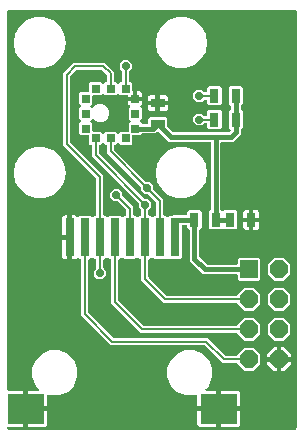
<source format=gbr>
G04 EAGLE Gerber RS-274X export*
G75*
%MOMM*%
%FSLAX34Y34*%
%LPD*%
%INTop Copper*%
%IPPOS*%
%AMOC8*
5,1,8,0,0,1.08239X$1,22.5*%
G01*
%ADD10R,1.200000X0.800000*%
%ADD11R,0.800000X1.200000*%
%ADD12R,0.700000X0.700000*%
%ADD13R,0.800000X3.200000*%
%ADD14R,3.120000X2.540000*%
%ADD15R,1.524000X1.524000*%
%ADD16P,1.649562X8X292.500000*%
%ADD17C,0.406400*%
%ADD18P,0.654629X8X22.500000*%
%ADD19C,0.203200*%

G36*
X246502Y2549D02*
X246502Y2549D01*
X246560Y2547D01*
X246642Y2569D01*
X246726Y2581D01*
X246779Y2604D01*
X246835Y2619D01*
X246908Y2662D01*
X246985Y2697D01*
X247030Y2735D01*
X247080Y2764D01*
X247138Y2826D01*
X247202Y2880D01*
X247234Y2929D01*
X247274Y2972D01*
X247313Y3047D01*
X247360Y3117D01*
X247377Y3173D01*
X247404Y3225D01*
X247415Y3293D01*
X247445Y3388D01*
X247448Y3488D01*
X247459Y3556D01*
X247459Y356444D01*
X247451Y356502D01*
X247453Y356560D01*
X247431Y356642D01*
X247419Y356726D01*
X247396Y356779D01*
X247381Y356835D01*
X247338Y356908D01*
X247303Y356985D01*
X247265Y357030D01*
X247236Y357080D01*
X247174Y357138D01*
X247120Y357202D01*
X247071Y357234D01*
X247028Y357274D01*
X246953Y357313D01*
X246883Y357360D01*
X246827Y357377D01*
X246775Y357404D01*
X246707Y357415D01*
X246612Y357445D01*
X246512Y357448D01*
X246444Y357459D01*
X3556Y357459D01*
X3498Y357451D01*
X3440Y357453D01*
X3358Y357431D01*
X3274Y357419D01*
X3221Y357396D01*
X3165Y357381D01*
X3092Y357338D01*
X3015Y357303D01*
X2970Y357265D01*
X2920Y357236D01*
X2862Y357174D01*
X2798Y357120D01*
X2766Y357071D01*
X2726Y357028D01*
X2687Y356953D01*
X2640Y356883D01*
X2623Y356827D01*
X2596Y356775D01*
X2585Y356707D01*
X2555Y356612D01*
X2552Y356512D01*
X2541Y356444D01*
X2541Y36256D01*
X2549Y36198D01*
X2547Y36140D01*
X2569Y36058D01*
X2581Y35974D01*
X2604Y35921D01*
X2619Y35865D01*
X2662Y35792D01*
X2697Y35715D01*
X2735Y35670D01*
X2764Y35620D01*
X2826Y35562D01*
X2880Y35498D01*
X2929Y35466D01*
X2972Y35426D01*
X3047Y35387D01*
X3117Y35340D01*
X3173Y35323D01*
X3225Y35296D01*
X3293Y35285D01*
X3388Y35255D01*
X3488Y35252D01*
X3556Y35241D01*
X16269Y35241D01*
X16269Y21016D01*
X16277Y20958D01*
X16275Y20900D01*
X16297Y20818D01*
X16309Y20735D01*
X16333Y20681D01*
X16347Y20625D01*
X16390Y20552D01*
X16425Y20475D01*
X16463Y20431D01*
X16493Y20380D01*
X16554Y20323D01*
X16609Y20258D01*
X16657Y20226D01*
X16700Y20186D01*
X16775Y20147D01*
X16845Y20101D01*
X16901Y20083D01*
X16953Y20056D01*
X17021Y20045D01*
X17116Y20015D01*
X17216Y20012D01*
X17284Y20001D01*
X18301Y20001D01*
X18301Y19999D01*
X17284Y19999D01*
X17226Y19991D01*
X17168Y19992D01*
X17086Y19971D01*
X17003Y19959D01*
X16949Y19935D01*
X16893Y19921D01*
X16820Y19878D01*
X16743Y19843D01*
X16698Y19805D01*
X16648Y19775D01*
X16590Y19714D01*
X16526Y19659D01*
X16494Y19611D01*
X16454Y19568D01*
X16415Y19493D01*
X16369Y19423D01*
X16351Y19367D01*
X16324Y19315D01*
X16313Y19247D01*
X16283Y19152D01*
X16280Y19052D01*
X16269Y18984D01*
X16269Y4759D01*
X3556Y4759D01*
X3498Y4751D01*
X3440Y4753D01*
X3358Y4731D01*
X3274Y4719D01*
X3221Y4696D01*
X3165Y4681D01*
X3092Y4638D01*
X3015Y4603D01*
X2970Y4565D01*
X2920Y4536D01*
X2862Y4474D01*
X2798Y4420D01*
X2766Y4371D01*
X2726Y4328D01*
X2687Y4253D01*
X2640Y4183D01*
X2623Y4127D01*
X2596Y4075D01*
X2585Y4007D01*
X2555Y3912D01*
X2552Y3812D01*
X2541Y3744D01*
X2541Y3556D01*
X2549Y3498D01*
X2547Y3440D01*
X2569Y3358D01*
X2581Y3274D01*
X2604Y3221D01*
X2619Y3165D01*
X2662Y3092D01*
X2697Y3015D01*
X2735Y2970D01*
X2764Y2920D01*
X2826Y2862D01*
X2880Y2798D01*
X2929Y2766D01*
X2972Y2726D01*
X3047Y2687D01*
X3117Y2640D01*
X3173Y2623D01*
X3225Y2596D01*
X3293Y2585D01*
X3388Y2555D01*
X3488Y2552D01*
X3556Y2541D01*
X246444Y2541D01*
X246502Y2549D01*
G37*
%LPC*%
G36*
X203302Y52247D02*
X203302Y52247D01*
X197639Y57909D01*
X197641Y57952D01*
X197619Y58034D01*
X197607Y58118D01*
X197584Y58171D01*
X197569Y58227D01*
X197526Y58300D01*
X197491Y58377D01*
X197453Y58422D01*
X197424Y58472D01*
X197362Y58530D01*
X197308Y58594D01*
X197259Y58626D01*
X197216Y58666D01*
X197141Y58705D01*
X197071Y58752D01*
X197015Y58769D01*
X196963Y58796D01*
X196895Y58807D01*
X196800Y58837D01*
X196700Y58840D01*
X196632Y58851D01*
X184837Y58851D01*
X170035Y73654D01*
X169965Y73706D01*
X169901Y73766D01*
X169851Y73792D01*
X169807Y73825D01*
X169726Y73856D01*
X169648Y73896D01*
X169600Y73904D01*
X169542Y73926D01*
X169394Y73938D01*
X169317Y73951D01*
X90054Y73951D01*
X65201Y98804D01*
X65201Y146152D01*
X65193Y146210D01*
X65195Y146268D01*
X65173Y146350D01*
X65161Y146434D01*
X65138Y146487D01*
X65123Y146543D01*
X65080Y146616D01*
X65045Y146693D01*
X65007Y146738D01*
X64978Y146788D01*
X64916Y146846D01*
X64862Y146910D01*
X64813Y146942D01*
X64770Y146982D01*
X64695Y147021D01*
X64625Y147068D01*
X64569Y147085D01*
X64517Y147112D01*
X64449Y147123D01*
X64354Y147153D01*
X64254Y147156D01*
X64186Y147167D01*
X63408Y147167D01*
X62977Y147598D01*
X62930Y147633D01*
X62890Y147676D01*
X62817Y147718D01*
X62750Y147769D01*
X62695Y147790D01*
X62645Y147820D01*
X62563Y147840D01*
X62484Y147870D01*
X62426Y147875D01*
X62369Y147890D01*
X62285Y147887D01*
X62201Y147894D01*
X62144Y147882D01*
X62085Y147881D01*
X62005Y147855D01*
X61922Y147838D01*
X61870Y147811D01*
X61815Y147793D01*
X61758Y147753D01*
X61670Y147707D01*
X61598Y147638D01*
X61541Y147598D01*
X61110Y147167D01*
X60531Y146832D01*
X59884Y146659D01*
X57549Y146659D01*
X57549Y164216D01*
X57541Y164274D01*
X57543Y164332D01*
X57521Y164414D01*
X57509Y164497D01*
X57486Y164551D01*
X57471Y164607D01*
X57428Y164680D01*
X57393Y164757D01*
X57355Y164801D01*
X57326Y164852D01*
X57264Y164909D01*
X57210Y164974D01*
X57161Y165006D01*
X57118Y165046D01*
X57043Y165085D01*
X56973Y165131D01*
X56917Y165149D01*
X56865Y165176D01*
X56797Y165187D01*
X56755Y165200D01*
X56816Y165209D01*
X56869Y165233D01*
X56925Y165247D01*
X56998Y165291D01*
X57075Y165325D01*
X57120Y165363D01*
X57170Y165393D01*
X57228Y165454D01*
X57292Y165509D01*
X57324Y165557D01*
X57364Y165600D01*
X57403Y165675D01*
X57450Y165745D01*
X57467Y165801D01*
X57494Y165853D01*
X57505Y165921D01*
X57535Y166016D01*
X57538Y166116D01*
X57549Y166184D01*
X57549Y183741D01*
X59884Y183741D01*
X60531Y183568D01*
X61110Y183233D01*
X61541Y182802D01*
X61588Y182767D01*
X61628Y182724D01*
X61701Y182682D01*
X61768Y182631D01*
X61823Y182610D01*
X61874Y182580D01*
X61955Y182560D01*
X62034Y182530D01*
X62093Y182525D01*
X62149Y182510D01*
X62233Y182513D01*
X62317Y182506D01*
X62375Y182518D01*
X62433Y182519D01*
X62514Y182545D01*
X62596Y182562D01*
X62648Y182589D01*
X62704Y182607D01*
X62760Y182647D01*
X62849Y182693D01*
X62921Y182762D01*
X62977Y182802D01*
X63408Y183233D01*
X73092Y183233D01*
X73882Y182443D01*
X73929Y182408D01*
X73969Y182365D01*
X74042Y182322D01*
X74109Y182272D01*
X74164Y182251D01*
X74214Y182221D01*
X74296Y182201D01*
X74375Y182170D01*
X74433Y182166D01*
X74490Y182151D01*
X74574Y182154D01*
X74658Y182147D01*
X74716Y182158D01*
X74774Y182160D01*
X74854Y182186D01*
X74937Y182203D01*
X74989Y182230D01*
X75045Y182248D01*
X75101Y182288D01*
X75189Y182334D01*
X75262Y182402D01*
X75318Y182443D01*
X76108Y183233D01*
X76886Y183233D01*
X76944Y183241D01*
X77002Y183239D01*
X77084Y183261D01*
X77168Y183273D01*
X77221Y183296D01*
X77277Y183311D01*
X77350Y183354D01*
X77427Y183389D01*
X77472Y183427D01*
X77522Y183456D01*
X77580Y183518D01*
X77644Y183572D01*
X77676Y183621D01*
X77716Y183664D01*
X77755Y183739D01*
X77802Y183809D01*
X77819Y183865D01*
X77846Y183917D01*
X77857Y183985D01*
X77887Y184080D01*
X77890Y184180D01*
X77901Y184248D01*
X77901Y214367D01*
X77889Y214453D01*
X77886Y214541D01*
X77869Y214593D01*
X77861Y214648D01*
X77826Y214728D01*
X77799Y214811D01*
X77771Y214850D01*
X77745Y214908D01*
X77649Y215021D01*
X77604Y215085D01*
X49951Y242737D01*
X49951Y304263D01*
X52034Y306346D01*
X52035Y306346D01*
X56654Y310965D01*
X56654Y310966D01*
X58737Y313049D01*
X85263Y313049D01*
X93049Y305263D01*
X93049Y297548D01*
X93057Y297490D01*
X93055Y297432D01*
X93077Y297350D01*
X93089Y297266D01*
X93112Y297213D01*
X93127Y297157D01*
X93170Y297084D01*
X93205Y297007D01*
X93243Y296962D01*
X93272Y296912D01*
X93334Y296854D01*
X93388Y296790D01*
X93437Y296758D01*
X93480Y296718D01*
X93555Y296679D01*
X93625Y296632D01*
X93681Y296615D01*
X93733Y296588D01*
X93801Y296577D01*
X93896Y296547D01*
X93996Y296544D01*
X94064Y296533D01*
X94342Y296533D01*
X95632Y295243D01*
X95679Y295207D01*
X95719Y295165D01*
X95792Y295122D01*
X95859Y295072D01*
X95914Y295051D01*
X95964Y295021D01*
X96046Y295001D01*
X96125Y294970D01*
X96183Y294966D01*
X96240Y294951D01*
X96324Y294954D01*
X96408Y294947D01*
X96466Y294958D01*
X96524Y294960D01*
X96604Y294986D01*
X96687Y295003D01*
X96739Y295030D01*
X96795Y295048D01*
X96851Y295088D01*
X96939Y295134D01*
X97012Y295203D01*
X97068Y295243D01*
X98358Y296533D01*
X98636Y296533D01*
X98694Y296541D01*
X98752Y296539D01*
X98834Y296561D01*
X98918Y296573D01*
X98971Y296596D01*
X99027Y296611D01*
X99100Y296654D01*
X99177Y296689D01*
X99222Y296727D01*
X99272Y296756D01*
X99330Y296818D01*
X99394Y296872D01*
X99426Y296921D01*
X99466Y296964D01*
X99505Y297039D01*
X99552Y297109D01*
X99569Y297165D01*
X99596Y297217D01*
X99607Y297285D01*
X99637Y297380D01*
X99640Y297480D01*
X99651Y297548D01*
X99651Y305477D01*
X99639Y305564D01*
X99636Y305651D01*
X99619Y305704D01*
X99611Y305758D01*
X99576Y305838D01*
X99549Y305921D01*
X99521Y305961D01*
X99495Y306018D01*
X99399Y306131D01*
X99354Y306195D01*
X97643Y307905D01*
X97643Y312095D01*
X100605Y315057D01*
X104795Y315057D01*
X107757Y312095D01*
X107757Y307905D01*
X106046Y306195D01*
X105994Y306125D01*
X105934Y306061D01*
X105908Y306012D01*
X105875Y305968D01*
X105844Y305886D01*
X105804Y305808D01*
X105796Y305760D01*
X105774Y305702D01*
X105762Y305554D01*
X105749Y305477D01*
X105749Y297548D01*
X105757Y297490D01*
X105755Y297432D01*
X105777Y297350D01*
X105789Y297266D01*
X105812Y297213D01*
X105827Y297157D01*
X105870Y297084D01*
X105905Y297007D01*
X105943Y296962D01*
X105972Y296912D01*
X106034Y296854D01*
X106088Y296790D01*
X106137Y296758D01*
X106180Y296718D01*
X106255Y296679D01*
X106325Y296632D01*
X106381Y296615D01*
X106433Y296588D01*
X106501Y296577D01*
X106596Y296547D01*
X106696Y296544D01*
X106764Y296533D01*
X107042Y296533D01*
X108233Y295342D01*
X108233Y289756D01*
X108241Y289698D01*
X108239Y289640D01*
X108261Y289558D01*
X108273Y289474D01*
X108296Y289421D01*
X108311Y289365D01*
X108354Y289292D01*
X108389Y289215D01*
X108427Y289170D01*
X108456Y289120D01*
X108518Y289062D01*
X108572Y288998D01*
X108621Y288966D01*
X108664Y288926D01*
X108739Y288887D01*
X108809Y288840D01*
X108865Y288823D01*
X108917Y288796D01*
X108985Y288785D01*
X109080Y288755D01*
X109180Y288752D01*
X109248Y288741D01*
X109251Y288741D01*
X109251Y284449D01*
X104959Y284449D01*
X104959Y284452D01*
X104951Y284510D01*
X104953Y284568D01*
X104931Y284650D01*
X104919Y284733D01*
X104895Y284787D01*
X104881Y284843D01*
X104838Y284916D01*
X104803Y284993D01*
X104765Y285038D01*
X104736Y285088D01*
X104674Y285146D01*
X104620Y285210D01*
X104571Y285242D01*
X104528Y285282D01*
X104453Y285321D01*
X104383Y285367D01*
X104327Y285385D01*
X104275Y285412D01*
X104207Y285423D01*
X104112Y285453D01*
X104012Y285456D01*
X103944Y285467D01*
X98358Y285467D01*
X97068Y286757D01*
X97021Y286792D01*
X96981Y286835D01*
X96908Y286878D01*
X96841Y286928D01*
X96786Y286949D01*
X96736Y286979D01*
X96654Y286999D01*
X96575Y287030D01*
X96517Y287034D01*
X96460Y287049D01*
X96376Y287046D01*
X96292Y287053D01*
X96234Y287042D01*
X96176Y287040D01*
X96096Y287014D01*
X96013Y286997D01*
X95961Y286970D01*
X95905Y286952D01*
X95849Y286912D01*
X95761Y286866D01*
X95688Y286798D01*
X95632Y286757D01*
X94342Y285467D01*
X85658Y285467D01*
X84368Y286757D01*
X84321Y286792D01*
X84281Y286835D01*
X84208Y286878D01*
X84141Y286928D01*
X84086Y286949D01*
X84036Y286979D01*
X83954Y286999D01*
X83875Y287030D01*
X83817Y287034D01*
X83760Y287049D01*
X83676Y287046D01*
X83592Y287053D01*
X83534Y287042D01*
X83476Y287040D01*
X83396Y287014D01*
X83313Y286997D01*
X83261Y286970D01*
X83205Y286952D01*
X83149Y286912D01*
X83061Y286866D01*
X82988Y286798D01*
X82932Y286757D01*
X81642Y285467D01*
X75548Y285467D01*
X75490Y285459D01*
X75432Y285461D01*
X75350Y285439D01*
X75266Y285427D01*
X75213Y285404D01*
X75157Y285389D01*
X75084Y285346D01*
X75007Y285311D01*
X74962Y285273D01*
X74912Y285244D01*
X74854Y285182D01*
X74790Y285128D01*
X74758Y285079D01*
X74718Y285036D01*
X74679Y284961D01*
X74632Y284891D01*
X74615Y284835D01*
X74588Y284783D01*
X74577Y284715D01*
X74547Y284620D01*
X74544Y284520D01*
X74533Y284452D01*
X74533Y278358D01*
X73243Y277068D01*
X73208Y277021D01*
X73165Y276981D01*
X73122Y276908D01*
X73072Y276841D01*
X73051Y276786D01*
X73021Y276736D01*
X73001Y276654D01*
X72970Y276575D01*
X72966Y276517D01*
X72951Y276460D01*
X72954Y276376D01*
X72947Y276292D01*
X72958Y276234D01*
X72960Y276176D01*
X72986Y276095D01*
X73003Y276013D01*
X73030Y275961D01*
X73048Y275905D01*
X73088Y275849D01*
X73134Y275761D01*
X73202Y275688D01*
X73243Y275632D01*
X73837Y275037D01*
X73884Y275002D01*
X73924Y274960D01*
X73997Y274917D01*
X74065Y274866D01*
X74119Y274846D01*
X74170Y274816D01*
X74251Y274795D01*
X74330Y274765D01*
X74389Y274760D01*
X74445Y274746D01*
X74529Y274749D01*
X74614Y274742D01*
X74671Y274753D01*
X74729Y274755D01*
X74810Y274781D01*
X74892Y274798D01*
X74944Y274825D01*
X75000Y274842D01*
X75056Y274883D01*
X75145Y274929D01*
X75217Y274997D01*
X75273Y275037D01*
X77129Y276893D01*
X79900Y278041D01*
X82900Y278041D01*
X85672Y276893D01*
X87793Y274772D01*
X88941Y272000D01*
X88941Y269000D01*
X87793Y266228D01*
X85672Y264107D01*
X82900Y262959D01*
X79900Y262959D01*
X77129Y264107D01*
X75773Y265463D01*
X75726Y265498D01*
X75686Y265540D01*
X75613Y265583D01*
X75546Y265634D01*
X75491Y265654D01*
X75441Y265684D01*
X75359Y265705D01*
X75280Y265735D01*
X75222Y265740D01*
X75165Y265754D01*
X75081Y265751D01*
X74997Y265758D01*
X74940Y265747D01*
X74881Y265745D01*
X74801Y265719D01*
X74718Y265702D01*
X74666Y265675D01*
X74611Y265658D01*
X74555Y265618D01*
X74466Y265571D01*
X74393Y265503D01*
X74337Y265463D01*
X73243Y264368D01*
X73208Y264321D01*
X73165Y264281D01*
X73122Y264208D01*
X73072Y264141D01*
X73051Y264086D01*
X73021Y264036D01*
X73001Y263954D01*
X72970Y263875D01*
X72966Y263817D01*
X72951Y263760D01*
X72954Y263676D01*
X72947Y263592D01*
X72958Y263534D01*
X72960Y263476D01*
X72986Y263396D01*
X73003Y263313D01*
X73030Y263261D01*
X73048Y263205D01*
X73088Y263149D01*
X73134Y263061D01*
X73202Y262988D01*
X73243Y262932D01*
X74533Y261642D01*
X74533Y255548D01*
X74541Y255490D01*
X74539Y255432D01*
X74561Y255350D01*
X74573Y255266D01*
X74596Y255213D01*
X74611Y255157D01*
X74654Y255084D01*
X74689Y255007D01*
X74727Y254962D01*
X74756Y254912D01*
X74818Y254854D01*
X74872Y254790D01*
X74921Y254758D01*
X74964Y254718D01*
X75039Y254679D01*
X75109Y254632D01*
X75165Y254615D01*
X75217Y254588D01*
X75285Y254577D01*
X75380Y254547D01*
X75480Y254544D01*
X75548Y254533D01*
X81642Y254533D01*
X82932Y253243D01*
X82979Y253208D01*
X83019Y253165D01*
X83092Y253122D01*
X83159Y253072D01*
X83214Y253051D01*
X83264Y253021D01*
X83346Y253001D01*
X83425Y252970D01*
X83483Y252966D01*
X83540Y252951D01*
X83624Y252954D01*
X83708Y252947D01*
X83766Y252958D01*
X83824Y252960D01*
X83904Y252986D01*
X83987Y253003D01*
X84039Y253030D01*
X84095Y253048D01*
X84151Y253088D01*
X84239Y253134D01*
X84312Y253202D01*
X84368Y253243D01*
X85658Y254533D01*
X94342Y254533D01*
X95632Y253243D01*
X95679Y253208D01*
X95719Y253165D01*
X95792Y253122D01*
X95859Y253072D01*
X95914Y253051D01*
X95964Y253021D01*
X96046Y253001D01*
X96125Y252970D01*
X96183Y252966D01*
X96240Y252951D01*
X96324Y252954D01*
X96408Y252947D01*
X96466Y252958D01*
X96524Y252960D01*
X96604Y252986D01*
X96687Y253003D01*
X96739Y253030D01*
X96795Y253048D01*
X96851Y253088D01*
X96939Y253134D01*
X97012Y253202D01*
X97068Y253243D01*
X98358Y254533D01*
X104452Y254533D01*
X104510Y254541D01*
X104568Y254539D01*
X104650Y254561D01*
X104734Y254573D01*
X104787Y254596D01*
X104843Y254611D01*
X104916Y254654D01*
X104993Y254689D01*
X105038Y254727D01*
X105088Y254756D01*
X105146Y254818D01*
X105210Y254872D01*
X105242Y254921D01*
X105282Y254964D01*
X105321Y255039D01*
X105368Y255109D01*
X105385Y255165D01*
X105412Y255217D01*
X105423Y255285D01*
X105453Y255380D01*
X105456Y255480D01*
X105467Y255548D01*
X105467Y261642D01*
X106757Y262932D01*
X106793Y262979D01*
X106835Y263019D01*
X106878Y263092D01*
X106928Y263159D01*
X106949Y263214D01*
X106979Y263264D01*
X106999Y263346D01*
X107030Y263425D01*
X107034Y263483D01*
X107049Y263540D01*
X107046Y263624D01*
X107053Y263708D01*
X107042Y263766D01*
X107040Y263824D01*
X107014Y263904D01*
X106997Y263987D01*
X106970Y264039D01*
X106952Y264095D01*
X106912Y264151D01*
X106866Y264239D01*
X106797Y264312D01*
X106757Y264368D01*
X105467Y265658D01*
X105467Y274342D01*
X106496Y275370D01*
X106525Y275409D01*
X106561Y275442D01*
X106610Y275523D01*
X106667Y275598D01*
X106684Y275643D01*
X106709Y275685D01*
X106734Y275775D01*
X106768Y275863D01*
X106772Y275912D01*
X106785Y275959D01*
X106784Y276053D01*
X106791Y276147D01*
X106782Y276194D01*
X106781Y276243D01*
X106754Y276333D01*
X106735Y276425D01*
X106713Y276469D01*
X106699Y276515D01*
X106648Y276594D01*
X106604Y276678D01*
X106571Y276713D01*
X106544Y276754D01*
X106487Y276801D01*
X106409Y276884D01*
X106334Y276928D01*
X106285Y276968D01*
X105940Y277167D01*
X105467Y277640D01*
X105132Y278219D01*
X104959Y278866D01*
X104959Y280951D01*
X110266Y280951D01*
X110324Y280959D01*
X110382Y280957D01*
X110464Y280979D01*
X110547Y280991D01*
X110601Y281014D01*
X110657Y281029D01*
X110730Y281072D01*
X110807Y281107D01*
X110851Y281145D01*
X110902Y281174D01*
X110959Y281236D01*
X111003Y281273D01*
X111004Y281272D01*
X111059Y281208D01*
X111107Y281176D01*
X111150Y281136D01*
X111225Y281097D01*
X111295Y281050D01*
X111351Y281033D01*
X111403Y281006D01*
X111471Y280995D01*
X111566Y280965D01*
X111666Y280962D01*
X111734Y280951D01*
X117041Y280951D01*
X117041Y278866D01*
X116868Y278219D01*
X116533Y277640D01*
X116060Y277167D01*
X115715Y276968D01*
X115676Y276937D01*
X115633Y276915D01*
X115565Y276850D01*
X115491Y276792D01*
X115462Y276753D01*
X115427Y276719D01*
X115379Y276638D01*
X115324Y276562D01*
X115308Y276516D01*
X115283Y276474D01*
X115260Y276383D01*
X115228Y276294D01*
X115225Y276246D01*
X115213Y276198D01*
X115216Y276105D01*
X115210Y276011D01*
X115220Y275963D01*
X115222Y275914D01*
X115251Y275825D01*
X115271Y275733D01*
X115294Y275690D01*
X115309Y275644D01*
X115353Y275583D01*
X115407Y275483D01*
X115468Y275421D01*
X115504Y275370D01*
X116533Y274342D01*
X116533Y265658D01*
X115243Y264368D01*
X115208Y264321D01*
X115165Y264281D01*
X115122Y264208D01*
X115072Y264141D01*
X115051Y264086D01*
X115021Y264036D01*
X115001Y263954D01*
X114970Y263875D01*
X114966Y263817D01*
X114951Y263760D01*
X114954Y263676D01*
X114947Y263592D01*
X114958Y263534D01*
X114960Y263476D01*
X114986Y263396D01*
X115003Y263313D01*
X115030Y263261D01*
X115048Y263205D01*
X115088Y263149D01*
X115134Y263061D01*
X115203Y262988D01*
X115243Y262932D01*
X116513Y261662D01*
X116582Y261610D01*
X116646Y261550D01*
X116696Y261524D01*
X116740Y261491D01*
X116821Y261460D01*
X116899Y261420D01*
X116947Y261412D01*
X117005Y261390D01*
X117153Y261378D01*
X117230Y261365D01*
X120952Y261365D01*
X121010Y261373D01*
X121068Y261371D01*
X121150Y261393D01*
X121234Y261405D01*
X121287Y261428D01*
X121343Y261443D01*
X121416Y261486D01*
X121493Y261521D01*
X121538Y261559D01*
X121588Y261588D01*
X121646Y261650D01*
X121710Y261704D01*
X121742Y261753D01*
X121782Y261796D01*
X121821Y261871D01*
X121868Y261941D01*
X121885Y261997D01*
X121912Y262049D01*
X121923Y262117D01*
X121953Y262212D01*
X121956Y262312D01*
X121967Y262380D01*
X121967Y265842D01*
X123158Y267033D01*
X136842Y267033D01*
X138033Y265842D01*
X138033Y259136D01*
X138045Y259050D01*
X138048Y258962D01*
X138065Y258910D01*
X138073Y258855D01*
X138108Y258775D01*
X138135Y258692D01*
X138163Y258652D01*
X138189Y258595D01*
X138285Y258482D01*
X138330Y258418D01*
X142386Y254362D01*
X142456Y254310D01*
X142520Y254250D01*
X142569Y254224D01*
X142614Y254191D01*
X142695Y254160D01*
X142773Y254120D01*
X142821Y254112D01*
X142879Y254090D01*
X143027Y254078D01*
X143104Y254065D01*
X189773Y254065D01*
X189859Y254077D01*
X189947Y254080D01*
X189999Y254097D01*
X190054Y254105D01*
X190134Y254140D01*
X190217Y254167D01*
X190257Y254195D01*
X190314Y254221D01*
X190427Y254317D01*
X190491Y254362D01*
X191409Y255280D01*
X191444Y255327D01*
X191487Y255368D01*
X191529Y255440D01*
X191580Y255508D01*
X191601Y255562D01*
X191630Y255613D01*
X191651Y255694D01*
X191681Y255773D01*
X191686Y255832D01*
X191700Y255888D01*
X191698Y255973D01*
X191705Y256057D01*
X191693Y256114D01*
X191691Y256172D01*
X191665Y256253D01*
X191649Y256335D01*
X191622Y256387D01*
X191604Y256443D01*
X191564Y256499D01*
X191518Y256588D01*
X191449Y256660D01*
X191409Y256716D01*
X189967Y258158D01*
X189967Y271842D01*
X191197Y273072D01*
X191202Y273073D01*
X191255Y273096D01*
X191311Y273111D01*
X191384Y273154D01*
X191461Y273189D01*
X191506Y273227D01*
X191556Y273256D01*
X191614Y273318D01*
X191678Y273372D01*
X191710Y273421D01*
X191750Y273464D01*
X191789Y273539D01*
X191836Y273609D01*
X191853Y273665D01*
X191880Y273717D01*
X191891Y273785D01*
X191921Y273880D01*
X191924Y273980D01*
X191935Y274048D01*
X191935Y275952D01*
X191927Y276010D01*
X191929Y276068D01*
X191907Y276150D01*
X191895Y276234D01*
X191872Y276287D01*
X191857Y276343D01*
X191814Y276416D01*
X191779Y276493D01*
X191741Y276538D01*
X191712Y276588D01*
X191650Y276646D01*
X191596Y276710D01*
X191547Y276742D01*
X191504Y276782D01*
X191429Y276821D01*
X191359Y276868D01*
X191303Y276885D01*
X191251Y276912D01*
X191206Y276919D01*
X189967Y278158D01*
X189967Y291842D01*
X191158Y293033D01*
X200842Y293033D01*
X202033Y291842D01*
X202033Y278158D01*
X200803Y276928D01*
X200798Y276927D01*
X200745Y276904D01*
X200689Y276889D01*
X200616Y276846D01*
X200539Y276811D01*
X200494Y276773D01*
X200444Y276744D01*
X200386Y276682D01*
X200322Y276628D01*
X200290Y276579D01*
X200250Y276536D01*
X200211Y276461D01*
X200164Y276391D01*
X200147Y276335D01*
X200120Y276283D01*
X200109Y276215D01*
X200079Y276120D01*
X200076Y276020D01*
X200065Y275952D01*
X200065Y274048D01*
X200073Y273990D01*
X200071Y273932D01*
X200093Y273850D01*
X200105Y273766D01*
X200128Y273713D01*
X200143Y273657D01*
X200186Y273584D01*
X200221Y273507D01*
X200259Y273462D01*
X200288Y273412D01*
X200350Y273354D01*
X200404Y273290D01*
X200453Y273258D01*
X200496Y273218D01*
X200571Y273179D01*
X200641Y273132D01*
X200697Y273115D01*
X200749Y273088D01*
X200794Y273081D01*
X202033Y271842D01*
X202033Y258158D01*
X200803Y256928D01*
X200798Y256927D01*
X200745Y256904D01*
X200689Y256889D01*
X200616Y256846D01*
X200539Y256811D01*
X200494Y256773D01*
X200444Y256744D01*
X200386Y256682D01*
X200322Y256628D01*
X200290Y256579D01*
X200250Y256536D01*
X200211Y256461D01*
X200164Y256391D01*
X200147Y256335D01*
X200120Y256283D01*
X200109Y256215D01*
X200079Y256120D01*
X200076Y256020D01*
X200065Y255952D01*
X200065Y252439D01*
X193561Y245935D01*
X184080Y245935D01*
X184022Y245927D01*
X183964Y245929D01*
X183882Y245907D01*
X183798Y245895D01*
X183745Y245872D01*
X183689Y245857D01*
X183616Y245814D01*
X183539Y245779D01*
X183494Y245741D01*
X183444Y245712D01*
X183386Y245650D01*
X183322Y245596D01*
X183290Y245547D01*
X183250Y245504D01*
X183211Y245429D01*
X183164Y245359D01*
X183147Y245303D01*
X183120Y245251D01*
X183109Y245183D01*
X183079Y245088D01*
X183076Y244988D01*
X183065Y244920D01*
X183065Y189048D01*
X183073Y188990D01*
X183071Y188932D01*
X183093Y188850D01*
X183105Y188766D01*
X183128Y188713D01*
X183143Y188657D01*
X183186Y188584D01*
X183221Y188507D01*
X183259Y188462D01*
X183288Y188412D01*
X183350Y188354D01*
X183404Y188290D01*
X183453Y188258D01*
X183496Y188218D01*
X183571Y188179D01*
X183641Y188132D01*
X183697Y188115D01*
X183749Y188088D01*
X183794Y188081D01*
X184282Y187593D01*
X184329Y187558D01*
X184369Y187515D01*
X184442Y187472D01*
X184509Y187422D01*
X184564Y187401D01*
X184614Y187371D01*
X184696Y187350D01*
X184775Y187320D01*
X184833Y187316D01*
X184890Y187301D01*
X184974Y187304D01*
X185058Y187297D01*
X185116Y187308D01*
X185174Y187310D01*
X185254Y187336D01*
X185337Y187353D01*
X185389Y187380D01*
X185445Y187398D01*
X185501Y187438D01*
X185589Y187484D01*
X185662Y187552D01*
X185718Y187593D01*
X186158Y188033D01*
X195842Y188033D01*
X197033Y186842D01*
X197033Y173158D01*
X195842Y171967D01*
X186158Y171967D01*
X185718Y172407D01*
X185671Y172443D01*
X185631Y172485D01*
X185558Y172528D01*
X185491Y172578D01*
X185436Y172599D01*
X185386Y172629D01*
X185304Y172649D01*
X185225Y172680D01*
X185167Y172684D01*
X185110Y172699D01*
X185026Y172696D01*
X184942Y172703D01*
X184884Y172692D01*
X184826Y172690D01*
X184746Y172664D01*
X184663Y172647D01*
X184611Y172620D01*
X184555Y172602D01*
X184499Y172562D01*
X184411Y172516D01*
X184338Y172447D01*
X184282Y172407D01*
X183842Y171967D01*
X174158Y171967D01*
X172967Y173158D01*
X172967Y186842D01*
X174197Y188072D01*
X174202Y188073D01*
X174255Y188096D01*
X174311Y188111D01*
X174384Y188154D01*
X174461Y188189D01*
X174506Y188227D01*
X174556Y188256D01*
X174614Y188318D01*
X174678Y188372D01*
X174710Y188421D01*
X174750Y188464D01*
X174789Y188539D01*
X174836Y188609D01*
X174853Y188665D01*
X174880Y188717D01*
X174891Y188785D01*
X174921Y188880D01*
X174924Y188980D01*
X174935Y189048D01*
X174935Y244920D01*
X174927Y244978D01*
X174929Y245036D01*
X174907Y245118D01*
X174895Y245202D01*
X174872Y245255D01*
X174857Y245311D01*
X174814Y245384D01*
X174779Y245461D01*
X174741Y245506D01*
X174712Y245556D01*
X174650Y245614D01*
X174596Y245678D01*
X174547Y245710D01*
X174504Y245750D01*
X174429Y245789D01*
X174359Y245836D01*
X174303Y245853D01*
X174251Y245880D01*
X174183Y245891D01*
X174088Y245921D01*
X173988Y245924D01*
X173920Y245935D01*
X139316Y245935D01*
X130718Y254534D01*
X130671Y254569D01*
X130631Y254611D01*
X130558Y254654D01*
X130491Y254705D01*
X130436Y254725D01*
X130386Y254755D01*
X130304Y254776D01*
X130225Y254806D01*
X130167Y254811D01*
X130110Y254825D01*
X130026Y254822D01*
X129942Y254829D01*
X129884Y254818D01*
X129826Y254816D01*
X129746Y254790D01*
X129663Y254774D01*
X129611Y254747D01*
X129555Y254729D01*
X129499Y254688D01*
X129411Y254643D01*
X129338Y254574D01*
X129282Y254534D01*
X127984Y253235D01*
X117230Y253235D01*
X117144Y253223D01*
X117056Y253220D01*
X117004Y253203D01*
X116949Y253195D01*
X116869Y253160D01*
X116786Y253133D01*
X116747Y253105D01*
X116690Y253079D01*
X116576Y252983D01*
X116513Y252938D01*
X115342Y251767D01*
X109248Y251767D01*
X109190Y251759D01*
X109132Y251761D01*
X109050Y251739D01*
X108966Y251727D01*
X108913Y251704D01*
X108857Y251689D01*
X108784Y251646D01*
X108707Y251611D01*
X108662Y251573D01*
X108612Y251544D01*
X108554Y251482D01*
X108490Y251428D01*
X108458Y251379D01*
X108418Y251336D01*
X108379Y251261D01*
X108332Y251191D01*
X108315Y251135D01*
X108288Y251083D01*
X108277Y251015D01*
X108247Y250920D01*
X108244Y250820D01*
X108233Y250752D01*
X108233Y244658D01*
X107042Y243467D01*
X98358Y243467D01*
X97068Y244757D01*
X97021Y244793D01*
X96981Y244835D01*
X96908Y244878D01*
X96841Y244928D01*
X96786Y244949D01*
X96736Y244979D01*
X96654Y244999D01*
X96575Y245030D01*
X96517Y245034D01*
X96460Y245049D01*
X96376Y245046D01*
X96292Y245053D01*
X96234Y245042D01*
X96176Y245040D01*
X96096Y245014D01*
X96013Y244997D01*
X95961Y244970D01*
X95905Y244952D01*
X95849Y244912D01*
X95761Y244866D01*
X95688Y244797D01*
X95632Y244757D01*
X94342Y243467D01*
X94064Y243467D01*
X94006Y243459D01*
X93948Y243461D01*
X93866Y243439D01*
X93782Y243427D01*
X93729Y243404D01*
X93673Y243389D01*
X93600Y243346D01*
X93523Y243311D01*
X93478Y243273D01*
X93428Y243244D01*
X93370Y243182D01*
X93306Y243128D01*
X93274Y243079D01*
X93234Y243036D01*
X93195Y242961D01*
X93148Y242891D01*
X93131Y242835D01*
X93104Y242783D01*
X93093Y242715D01*
X93063Y242620D01*
X93060Y242520D01*
X93049Y242452D01*
X93049Y239683D01*
X93061Y239597D01*
X93064Y239509D01*
X93081Y239457D01*
X93089Y239402D01*
X93124Y239322D01*
X93151Y239239D01*
X93179Y239200D01*
X93205Y239142D01*
X93301Y239029D01*
X93346Y238965D01*
X119957Y212354D01*
X120027Y212302D01*
X120091Y212242D01*
X120141Y212216D01*
X120185Y212183D01*
X120266Y212152D01*
X120344Y212112D01*
X120392Y212104D01*
X120450Y212082D01*
X120598Y212070D01*
X120675Y212057D01*
X123095Y212057D01*
X126057Y209095D01*
X126057Y206675D01*
X126069Y206589D01*
X126072Y206501D01*
X126089Y206449D01*
X126097Y206394D01*
X126132Y206314D01*
X126159Y206231D01*
X126187Y206192D01*
X126213Y206134D01*
X126309Y206021D01*
X126354Y205957D01*
X134799Y197513D01*
X134799Y184248D01*
X134806Y184194D01*
X134805Y184154D01*
X134806Y184152D01*
X134805Y184132D01*
X134827Y184050D01*
X134839Y183966D01*
X134862Y183913D01*
X134877Y183857D01*
X134920Y183784D01*
X134955Y183707D01*
X134993Y183662D01*
X135022Y183612D01*
X135084Y183554D01*
X135138Y183490D01*
X135187Y183458D01*
X135230Y183418D01*
X135305Y183379D01*
X135375Y183332D01*
X135431Y183315D01*
X135483Y183288D01*
X135551Y183277D01*
X135646Y183247D01*
X135746Y183244D01*
X135814Y183233D01*
X136592Y183233D01*
X137382Y182443D01*
X137429Y182408D01*
X137469Y182365D01*
X137542Y182322D01*
X137609Y182272D01*
X137664Y182251D01*
X137714Y182221D01*
X137796Y182201D01*
X137875Y182170D01*
X137933Y182166D01*
X137990Y182151D01*
X138074Y182154D01*
X138158Y182147D01*
X138216Y182158D01*
X138274Y182160D01*
X138354Y182186D01*
X138437Y182203D01*
X138489Y182230D01*
X138545Y182248D01*
X138601Y182288D01*
X138689Y182334D01*
X138762Y182402D01*
X138818Y182443D01*
X139608Y183233D01*
X141514Y183233D01*
X141600Y183245D01*
X141688Y183248D01*
X141740Y183265D01*
X141795Y183273D01*
X141875Y183308D01*
X141958Y183335D01*
X141998Y183363D01*
X142055Y183389D01*
X142168Y183485D01*
X142232Y183530D01*
X142766Y184065D01*
X153952Y184065D01*
X154010Y184073D01*
X154068Y184071D01*
X154150Y184093D01*
X154234Y184105D01*
X154287Y184128D01*
X154343Y184143D01*
X154416Y184186D01*
X154493Y184221D01*
X154538Y184259D01*
X154588Y184288D01*
X154646Y184350D01*
X154710Y184404D01*
X154742Y184453D01*
X154782Y184496D01*
X154821Y184571D01*
X154868Y184641D01*
X154885Y184697D01*
X154912Y184749D01*
X154923Y184817D01*
X154953Y184912D01*
X154956Y185012D01*
X154967Y185080D01*
X154967Y186842D01*
X156158Y188033D01*
X165842Y188033D01*
X167033Y186842D01*
X167033Y173158D01*
X165803Y171928D01*
X165798Y171927D01*
X165745Y171904D01*
X165689Y171889D01*
X165616Y171846D01*
X165539Y171811D01*
X165494Y171773D01*
X165444Y171744D01*
X165386Y171682D01*
X165322Y171628D01*
X165290Y171579D01*
X165250Y171536D01*
X165211Y171461D01*
X165164Y171391D01*
X165147Y171335D01*
X165120Y171283D01*
X165109Y171215D01*
X165079Y171120D01*
X165076Y171020D01*
X165065Y170952D01*
X165065Y149403D01*
X165077Y149316D01*
X165080Y149229D01*
X165097Y149176D01*
X165105Y149121D01*
X165140Y149041D01*
X165167Y148958D01*
X165195Y148919D01*
X165221Y148862D01*
X165317Y148748D01*
X165362Y148685D01*
X171585Y142462D01*
X171654Y142410D01*
X171718Y142350D01*
X171768Y142324D01*
X171812Y142291D01*
X171894Y142260D01*
X171971Y142220D01*
X172019Y142212D01*
X172078Y142190D01*
X172225Y142178D01*
X172303Y142165D01*
X196632Y142165D01*
X196690Y142173D01*
X196748Y142171D01*
X196830Y142193D01*
X196914Y142205D01*
X196967Y142228D01*
X197023Y142243D01*
X197096Y142286D01*
X197173Y142321D01*
X197218Y142359D01*
X197268Y142388D01*
X197326Y142450D01*
X197390Y142504D01*
X197422Y142553D01*
X197462Y142596D01*
X197501Y142671D01*
X197548Y142741D01*
X197565Y142797D01*
X197592Y142849D01*
X197603Y142917D01*
X197633Y143012D01*
X197636Y143112D01*
X197647Y143180D01*
X197647Y146562D01*
X198838Y147753D01*
X215762Y147753D01*
X216953Y146562D01*
X216953Y129638D01*
X215762Y128447D01*
X198838Y128447D01*
X197647Y129638D01*
X197647Y133020D01*
X197639Y133078D01*
X197641Y133136D01*
X197619Y133218D01*
X197607Y133302D01*
X197584Y133355D01*
X197569Y133411D01*
X197526Y133484D01*
X197491Y133561D01*
X197453Y133606D01*
X197424Y133656D01*
X197362Y133714D01*
X197308Y133778D01*
X197259Y133810D01*
X197216Y133850D01*
X197141Y133889D01*
X197071Y133936D01*
X197015Y133953D01*
X196963Y133980D01*
X196895Y133991D01*
X196800Y134021D01*
X196700Y134024D01*
X196632Y134035D01*
X168515Y134035D01*
X156935Y145615D01*
X156935Y170952D01*
X156927Y171010D01*
X156929Y171068D01*
X156907Y171150D01*
X156895Y171234D01*
X156872Y171287D01*
X156857Y171343D01*
X156814Y171416D01*
X156779Y171493D01*
X156741Y171538D01*
X156712Y171588D01*
X156650Y171646D01*
X156596Y171710D01*
X156547Y171742D01*
X156504Y171782D01*
X156429Y171821D01*
X156359Y171868D01*
X156303Y171885D01*
X156251Y171912D01*
X156206Y171919D01*
X154967Y173158D01*
X154967Y174920D01*
X154959Y174978D01*
X154961Y175036D01*
X154939Y175118D01*
X154927Y175202D01*
X154904Y175255D01*
X154889Y175311D01*
X154846Y175384D01*
X154811Y175461D01*
X154773Y175506D01*
X154744Y175556D01*
X154682Y175614D01*
X154628Y175678D01*
X154579Y175710D01*
X154536Y175750D01*
X154461Y175789D01*
X154391Y175836D01*
X154335Y175853D01*
X154283Y175880D01*
X154215Y175891D01*
X154120Y175921D01*
X154020Y175924D01*
X153952Y175935D01*
X151498Y175935D01*
X151440Y175927D01*
X151382Y175929D01*
X151300Y175907D01*
X151216Y175895D01*
X151163Y175872D01*
X151107Y175857D01*
X151034Y175814D01*
X150957Y175779D01*
X150912Y175741D01*
X150862Y175712D01*
X150804Y175650D01*
X150740Y175596D01*
X150708Y175547D01*
X150668Y175504D01*
X150629Y175429D01*
X150582Y175359D01*
X150565Y175303D01*
X150538Y175251D01*
X150527Y175183D01*
X150497Y175088D01*
X150494Y174988D01*
X150483Y174920D01*
X150483Y148358D01*
X149292Y147167D01*
X139608Y147167D01*
X138818Y147957D01*
X138771Y147993D01*
X138731Y148035D01*
X138658Y148078D01*
X138591Y148128D01*
X138536Y148149D01*
X138486Y148179D01*
X138404Y148199D01*
X138325Y148230D01*
X138267Y148234D01*
X138210Y148249D01*
X138126Y148246D01*
X138042Y148253D01*
X137984Y148242D01*
X137926Y148240D01*
X137846Y148214D01*
X137763Y148197D01*
X137711Y148170D01*
X137655Y148152D01*
X137599Y148112D01*
X137511Y148066D01*
X137438Y147997D01*
X137382Y147957D01*
X136592Y147167D01*
X126908Y147167D01*
X126118Y147957D01*
X126071Y147993D01*
X126031Y148035D01*
X125958Y148078D01*
X125891Y148128D01*
X125836Y148149D01*
X125786Y148179D01*
X125704Y148199D01*
X125625Y148230D01*
X125567Y148234D01*
X125510Y148249D01*
X125426Y148246D01*
X125342Y148253D01*
X125284Y148242D01*
X125226Y148240D01*
X125146Y148214D01*
X125063Y148197D01*
X125011Y148170D01*
X124955Y148152D01*
X124899Y148112D01*
X124811Y148066D01*
X124738Y147997D01*
X124682Y147957D01*
X123892Y147167D01*
X123114Y147167D01*
X123056Y147159D01*
X122998Y147161D01*
X122916Y147139D01*
X122832Y147127D01*
X122779Y147104D01*
X122723Y147089D01*
X122650Y147046D01*
X122573Y147011D01*
X122528Y146973D01*
X122478Y146944D01*
X122420Y146882D01*
X122356Y146828D01*
X122324Y146779D01*
X122284Y146736D01*
X122245Y146661D01*
X122198Y146591D01*
X122181Y146535D01*
X122154Y146483D01*
X122143Y146415D01*
X122113Y146320D01*
X122110Y146220D01*
X122099Y146152D01*
X122099Y131709D01*
X122111Y131623D01*
X122114Y131535D01*
X122131Y131483D01*
X122139Y131428D01*
X122174Y131348D01*
X122201Y131265D01*
X122229Y131226D01*
X122255Y131169D01*
X122351Y131055D01*
X122396Y130992D01*
X137342Y116046D01*
X137411Y115994D01*
X137475Y115934D01*
X137525Y115908D01*
X137569Y115875D01*
X137650Y115844D01*
X137728Y115804D01*
X137776Y115796D01*
X137834Y115774D01*
X137982Y115762D01*
X138059Y115749D01*
X196632Y115749D01*
X196690Y115757D01*
X196748Y115755D01*
X196830Y115777D01*
X196914Y115789D01*
X196967Y115812D01*
X197023Y115827D01*
X197096Y115870D01*
X197173Y115905D01*
X197218Y115943D01*
X197268Y115972D01*
X197326Y116034D01*
X197390Y116088D01*
X197422Y116137D01*
X197462Y116180D01*
X197501Y116255D01*
X197548Y116325D01*
X197565Y116381D01*
X197592Y116433D01*
X197603Y116501D01*
X197633Y116596D01*
X197636Y116687D01*
X203302Y122353D01*
X211298Y122353D01*
X216953Y116698D01*
X216953Y108702D01*
X211298Y103047D01*
X203302Y103047D01*
X197639Y108709D01*
X197641Y108752D01*
X197619Y108834D01*
X197607Y108918D01*
X197584Y108971D01*
X197569Y109027D01*
X197526Y109100D01*
X197491Y109177D01*
X197453Y109222D01*
X197424Y109272D01*
X197362Y109330D01*
X197308Y109394D01*
X197259Y109426D01*
X197216Y109466D01*
X197141Y109505D01*
X197071Y109552D01*
X197015Y109569D01*
X196963Y109596D01*
X196895Y109607D01*
X196800Y109637D01*
X196700Y109640D01*
X196632Y109651D01*
X135113Y109651D01*
X116001Y128763D01*
X116001Y146152D01*
X115993Y146210D01*
X115995Y146268D01*
X115973Y146350D01*
X115961Y146434D01*
X115938Y146487D01*
X115923Y146543D01*
X115880Y146616D01*
X115845Y146693D01*
X115807Y146738D01*
X115778Y146788D01*
X115716Y146846D01*
X115662Y146910D01*
X115613Y146942D01*
X115570Y146982D01*
X115495Y147021D01*
X115425Y147068D01*
X115369Y147085D01*
X115317Y147112D01*
X115249Y147123D01*
X115154Y147153D01*
X115054Y147156D01*
X114986Y147167D01*
X114208Y147167D01*
X113418Y147957D01*
X113371Y147993D01*
X113331Y148035D01*
X113258Y148078D01*
X113191Y148128D01*
X113136Y148149D01*
X113086Y148179D01*
X113004Y148199D01*
X112925Y148230D01*
X112867Y148234D01*
X112810Y148249D01*
X112726Y148246D01*
X112642Y148253D01*
X112584Y148242D01*
X112526Y148240D01*
X112446Y148214D01*
X112363Y148197D01*
X112311Y148170D01*
X112255Y148152D01*
X112199Y148112D01*
X112111Y148066D01*
X112038Y147997D01*
X111982Y147957D01*
X111192Y147167D01*
X101508Y147167D01*
X100718Y147957D01*
X100671Y147993D01*
X100631Y148035D01*
X100558Y148078D01*
X100491Y148128D01*
X100436Y148149D01*
X100386Y148179D01*
X100304Y148199D01*
X100225Y148230D01*
X100167Y148234D01*
X100110Y148249D01*
X100026Y148246D01*
X99942Y148253D01*
X99884Y148242D01*
X99826Y148240D01*
X99746Y148214D01*
X99663Y148197D01*
X99611Y148170D01*
X99555Y148152D01*
X99499Y148112D01*
X99411Y148066D01*
X99338Y147997D01*
X99282Y147957D01*
X98492Y147167D01*
X97714Y147167D01*
X97656Y147159D01*
X97598Y147161D01*
X97516Y147139D01*
X97432Y147127D01*
X97379Y147104D01*
X97323Y147089D01*
X97250Y147046D01*
X97173Y147011D01*
X97128Y146973D01*
X97078Y146944D01*
X97020Y146882D01*
X96956Y146828D01*
X96924Y146779D01*
X96884Y146736D01*
X96845Y146661D01*
X96798Y146591D01*
X96781Y146535D01*
X96754Y146483D01*
X96743Y146415D01*
X96713Y146320D01*
X96710Y146220D01*
X96699Y146152D01*
X96699Y111975D01*
X96711Y111888D01*
X96714Y111801D01*
X96731Y111748D01*
X96739Y111693D01*
X96774Y111614D01*
X96801Y111530D01*
X96829Y111491D01*
X96855Y111434D01*
X96951Y111321D01*
X96996Y111257D01*
X117607Y90646D01*
X117677Y90594D01*
X117741Y90534D01*
X117790Y90508D01*
X117834Y90475D01*
X117916Y90444D01*
X117994Y90404D01*
X118041Y90396D01*
X118100Y90374D01*
X118248Y90362D01*
X118325Y90349D01*
X196632Y90349D01*
X196690Y90357D01*
X196748Y90355D01*
X196830Y90377D01*
X196914Y90389D01*
X196967Y90412D01*
X197023Y90427D01*
X197096Y90470D01*
X197173Y90505D01*
X197218Y90543D01*
X197268Y90572D01*
X197326Y90634D01*
X197390Y90688D01*
X197422Y90737D01*
X197462Y90780D01*
X197501Y90855D01*
X197548Y90925D01*
X197565Y90981D01*
X197592Y91033D01*
X197603Y91101D01*
X197633Y91196D01*
X197636Y91287D01*
X203302Y96953D01*
X211298Y96953D01*
X216953Y91298D01*
X216953Y83302D01*
X211298Y77647D01*
X203302Y77647D01*
X197639Y83309D01*
X197641Y83352D01*
X197619Y83434D01*
X197607Y83518D01*
X197584Y83571D01*
X197569Y83627D01*
X197526Y83700D01*
X197491Y83777D01*
X197453Y83822D01*
X197424Y83872D01*
X197362Y83930D01*
X197308Y83994D01*
X197259Y84026D01*
X197216Y84066D01*
X197141Y84105D01*
X197071Y84152D01*
X197015Y84169D01*
X196963Y84196D01*
X196895Y84207D01*
X196800Y84237D01*
X196700Y84240D01*
X196632Y84251D01*
X115379Y84251D01*
X90601Y109029D01*
X90601Y146152D01*
X90593Y146210D01*
X90595Y146268D01*
X90573Y146350D01*
X90561Y146434D01*
X90538Y146487D01*
X90523Y146543D01*
X90480Y146616D01*
X90445Y146693D01*
X90407Y146738D01*
X90378Y146788D01*
X90316Y146846D01*
X90262Y146910D01*
X90213Y146942D01*
X90170Y146982D01*
X90095Y147021D01*
X90025Y147068D01*
X89969Y147085D01*
X89917Y147112D01*
X89849Y147123D01*
X89754Y147153D01*
X89654Y147156D01*
X89586Y147167D01*
X88808Y147167D01*
X88018Y147957D01*
X87971Y147993D01*
X87931Y148035D01*
X87858Y148078D01*
X87791Y148128D01*
X87736Y148149D01*
X87686Y148179D01*
X87604Y148199D01*
X87525Y148230D01*
X87467Y148234D01*
X87410Y148249D01*
X87326Y148246D01*
X87242Y148253D01*
X87184Y148242D01*
X87126Y148240D01*
X87046Y148214D01*
X86963Y148197D01*
X86911Y148170D01*
X86855Y148152D01*
X86799Y148112D01*
X86711Y148066D01*
X86638Y147997D01*
X86582Y147957D01*
X85792Y147167D01*
X85014Y147167D01*
X84956Y147159D01*
X84898Y147161D01*
X84816Y147139D01*
X84732Y147127D01*
X84679Y147104D01*
X84623Y147089D01*
X84550Y147046D01*
X84473Y147011D01*
X84428Y146973D01*
X84378Y146944D01*
X84320Y146882D01*
X84256Y146828D01*
X84224Y146779D01*
X84184Y146736D01*
X84145Y146661D01*
X84098Y146591D01*
X84081Y146535D01*
X84054Y146483D01*
X84043Y146415D01*
X84013Y146320D01*
X84010Y146220D01*
X83999Y146152D01*
X83999Y139523D01*
X84011Y139436D01*
X84014Y139349D01*
X84031Y139296D01*
X84039Y139242D01*
X84074Y139162D01*
X84101Y139079D01*
X84129Y139039D01*
X84155Y138982D01*
X84251Y138869D01*
X84296Y138805D01*
X86007Y137095D01*
X86007Y132905D01*
X83045Y129943D01*
X78855Y129943D01*
X75893Y132905D01*
X75893Y137095D01*
X77604Y138805D01*
X77656Y138875D01*
X77716Y138939D01*
X77742Y138988D01*
X77775Y139032D01*
X77806Y139114D01*
X77846Y139192D01*
X77854Y139240D01*
X77876Y139298D01*
X77887Y139431D01*
X77887Y139432D01*
X77887Y139435D01*
X77888Y139446D01*
X77901Y139523D01*
X77901Y146152D01*
X77893Y146210D01*
X77895Y146268D01*
X77873Y146350D01*
X77861Y146434D01*
X77838Y146487D01*
X77823Y146543D01*
X77780Y146616D01*
X77745Y146693D01*
X77707Y146738D01*
X77678Y146788D01*
X77616Y146846D01*
X77562Y146910D01*
X77513Y146942D01*
X77470Y146982D01*
X77395Y147021D01*
X77325Y147068D01*
X77269Y147085D01*
X77217Y147112D01*
X77149Y147123D01*
X77054Y147153D01*
X76954Y147156D01*
X76886Y147167D01*
X76108Y147167D01*
X75318Y147957D01*
X75271Y147993D01*
X75231Y148035D01*
X75158Y148078D01*
X75091Y148128D01*
X75036Y148149D01*
X74986Y148179D01*
X74904Y148199D01*
X74825Y148230D01*
X74767Y148234D01*
X74710Y148249D01*
X74626Y148246D01*
X74542Y148253D01*
X74484Y148242D01*
X74426Y148240D01*
X74346Y148214D01*
X74263Y148197D01*
X74211Y148170D01*
X74155Y148152D01*
X74099Y148112D01*
X74011Y148066D01*
X73938Y147997D01*
X73882Y147957D01*
X73092Y147167D01*
X72314Y147167D01*
X72256Y147159D01*
X72198Y147161D01*
X72116Y147139D01*
X72032Y147127D01*
X71979Y147104D01*
X71923Y147089D01*
X71850Y147046D01*
X71773Y147011D01*
X71728Y146973D01*
X71678Y146944D01*
X71620Y146882D01*
X71556Y146828D01*
X71524Y146779D01*
X71484Y146736D01*
X71445Y146661D01*
X71398Y146591D01*
X71381Y146535D01*
X71354Y146483D01*
X71343Y146415D01*
X71313Y146320D01*
X71310Y146220D01*
X71299Y146152D01*
X71299Y101750D01*
X71311Y101663D01*
X71314Y101576D01*
X71331Y101523D01*
X71339Y101468D01*
X71374Y101389D01*
X71401Y101305D01*
X71429Y101266D01*
X71455Y101209D01*
X71551Y101096D01*
X71596Y101032D01*
X92282Y80346D01*
X92352Y80294D01*
X92416Y80234D01*
X92465Y80208D01*
X92509Y80175D01*
X92591Y80144D01*
X92669Y80104D01*
X92716Y80096D01*
X92775Y80074D01*
X92922Y80062D01*
X93000Y80049D01*
X172263Y80049D01*
X187065Y65246D01*
X187135Y65194D01*
X187199Y65134D01*
X187249Y65108D01*
X187293Y65075D01*
X187374Y65044D01*
X187452Y65004D01*
X187500Y64996D01*
X187558Y64974D01*
X187706Y64962D01*
X187783Y64949D01*
X196632Y64949D01*
X196690Y64957D01*
X196748Y64955D01*
X196830Y64977D01*
X196914Y64989D01*
X196967Y65012D01*
X197023Y65027D01*
X197096Y65070D01*
X197173Y65105D01*
X197218Y65143D01*
X197268Y65172D01*
X197326Y65234D01*
X197390Y65288D01*
X197422Y65337D01*
X197462Y65380D01*
X197501Y65455D01*
X197548Y65525D01*
X197565Y65581D01*
X197592Y65633D01*
X197603Y65701D01*
X197633Y65796D01*
X197636Y65887D01*
X203302Y71553D01*
X211298Y71553D01*
X216953Y65898D01*
X216953Y57902D01*
X211298Y52247D01*
X203302Y52247D01*
G37*
%LPD*%
G36*
X112816Y182158D02*
X112816Y182158D01*
X112874Y182160D01*
X112954Y182186D01*
X113037Y182203D01*
X113089Y182230D01*
X113145Y182248D01*
X113201Y182288D01*
X113289Y182334D01*
X113362Y182402D01*
X113418Y182443D01*
X114208Y183233D01*
X114986Y183233D01*
X115044Y183241D01*
X115102Y183239D01*
X115184Y183261D01*
X115268Y183273D01*
X115321Y183296D01*
X115377Y183311D01*
X115450Y183354D01*
X115527Y183389D01*
X115572Y183427D01*
X115622Y183456D01*
X115680Y183518D01*
X115744Y183572D01*
X115776Y183621D01*
X115816Y183664D01*
X115855Y183739D01*
X115902Y183809D01*
X115919Y183865D01*
X115946Y183917D01*
X115957Y183985D01*
X115987Y184080D01*
X115990Y184180D01*
X116001Y184248D01*
X116001Y188427D01*
X115989Y188514D01*
X115986Y188601D01*
X115969Y188654D01*
X115961Y188708D01*
X115926Y188788D01*
X115899Y188871D01*
X115871Y188911D01*
X115845Y188968D01*
X115749Y189081D01*
X115704Y189145D01*
X113993Y190855D01*
X113993Y193275D01*
X113981Y193361D01*
X113978Y193449D01*
X113961Y193501D01*
X113953Y193556D01*
X113918Y193636D01*
X113891Y193719D01*
X113863Y193758D01*
X113837Y193816D01*
X113741Y193929D01*
X113696Y193993D01*
X74251Y233437D01*
X74251Y242452D01*
X74243Y242510D01*
X74245Y242568D01*
X74223Y242650D01*
X74211Y242734D01*
X74188Y242787D01*
X74173Y242843D01*
X74130Y242916D01*
X74095Y242993D01*
X74057Y243038D01*
X74028Y243088D01*
X73966Y243146D01*
X73912Y243210D01*
X73863Y243242D01*
X73820Y243282D01*
X73745Y243321D01*
X73675Y243368D01*
X73619Y243385D01*
X73567Y243412D01*
X73499Y243423D01*
X73404Y243453D01*
X73304Y243456D01*
X73236Y243467D01*
X72958Y243467D01*
X71767Y244658D01*
X71767Y250752D01*
X71759Y250810D01*
X71761Y250868D01*
X71739Y250950D01*
X71727Y251034D01*
X71704Y251087D01*
X71689Y251143D01*
X71646Y251216D01*
X71611Y251293D01*
X71573Y251338D01*
X71544Y251388D01*
X71482Y251446D01*
X71428Y251510D01*
X71379Y251542D01*
X71336Y251582D01*
X71261Y251621D01*
X71191Y251668D01*
X71135Y251685D01*
X71083Y251712D01*
X71015Y251723D01*
X70920Y251753D01*
X70820Y251756D01*
X70752Y251767D01*
X64658Y251767D01*
X63467Y252958D01*
X63467Y261642D01*
X64757Y262932D01*
X64793Y262979D01*
X64835Y263019D01*
X64878Y263092D01*
X64928Y263159D01*
X64949Y263214D01*
X64979Y263264D01*
X64999Y263346D01*
X65030Y263425D01*
X65034Y263483D01*
X65049Y263540D01*
X65046Y263624D01*
X65053Y263708D01*
X65042Y263766D01*
X65040Y263824D01*
X65014Y263904D01*
X64997Y263987D01*
X64970Y264039D01*
X64952Y264095D01*
X64912Y264151D01*
X64866Y264239D01*
X64797Y264312D01*
X64757Y264368D01*
X63467Y265658D01*
X63467Y274342D01*
X64757Y275632D01*
X64793Y275679D01*
X64835Y275719D01*
X64878Y275792D01*
X64928Y275859D01*
X64949Y275914D01*
X64979Y275964D01*
X64999Y276046D01*
X65030Y276125D01*
X65034Y276183D01*
X65049Y276240D01*
X65046Y276324D01*
X65053Y276408D01*
X65042Y276466D01*
X65040Y276524D01*
X65014Y276604D01*
X64997Y276687D01*
X64970Y276739D01*
X64952Y276795D01*
X64912Y276851D01*
X64866Y276939D01*
X64797Y277012D01*
X64757Y277068D01*
X63467Y278358D01*
X63467Y287042D01*
X64658Y288233D01*
X70752Y288233D01*
X70810Y288241D01*
X70868Y288239D01*
X70950Y288261D01*
X71034Y288273D01*
X71087Y288296D01*
X71143Y288311D01*
X71216Y288354D01*
X71293Y288389D01*
X71338Y288427D01*
X71388Y288456D01*
X71446Y288518D01*
X71510Y288572D01*
X71542Y288621D01*
X71582Y288664D01*
X71621Y288739D01*
X71668Y288809D01*
X71685Y288865D01*
X71712Y288917D01*
X71723Y288985D01*
X71753Y289080D01*
X71756Y289180D01*
X71767Y289248D01*
X71767Y295342D01*
X72958Y296533D01*
X81642Y296533D01*
X82932Y295243D01*
X82979Y295207D01*
X83019Y295165D01*
X83092Y295122D01*
X83159Y295072D01*
X83214Y295051D01*
X83264Y295021D01*
X83346Y295001D01*
X83425Y294970D01*
X83483Y294966D01*
X83540Y294951D01*
X83624Y294954D01*
X83708Y294947D01*
X83766Y294958D01*
X83824Y294960D01*
X83904Y294986D01*
X83987Y295003D01*
X84039Y295030D01*
X84095Y295048D01*
X84151Y295088D01*
X84239Y295134D01*
X84312Y295203D01*
X84368Y295243D01*
X85658Y296533D01*
X85936Y296533D01*
X85994Y296541D01*
X86052Y296539D01*
X86134Y296561D01*
X86218Y296573D01*
X86271Y296596D01*
X86327Y296611D01*
X86400Y296654D01*
X86477Y296689D01*
X86522Y296727D01*
X86572Y296756D01*
X86630Y296818D01*
X86694Y296872D01*
X86726Y296921D01*
X86766Y296964D01*
X86805Y297039D01*
X86852Y297109D01*
X86869Y297165D01*
X86896Y297217D01*
X86907Y297285D01*
X86937Y297380D01*
X86940Y297480D01*
X86951Y297548D01*
X86951Y302317D01*
X86939Y302403D01*
X86936Y302491D01*
X86919Y302543D01*
X86911Y302598D01*
X86876Y302678D01*
X86849Y302761D01*
X86821Y302800D01*
X86795Y302858D01*
X86699Y302971D01*
X86654Y303035D01*
X83035Y306654D01*
X82965Y306706D01*
X82901Y306766D01*
X82851Y306792D01*
X82807Y306825D01*
X82726Y306856D01*
X82648Y306896D01*
X82600Y306904D01*
X82542Y306926D01*
X82394Y306938D01*
X82317Y306951D01*
X61683Y306951D01*
X61597Y306939D01*
X61509Y306936D01*
X61457Y306919D01*
X61402Y306911D01*
X61322Y306876D01*
X61239Y306849D01*
X61200Y306821D01*
X61142Y306795D01*
X61029Y306699D01*
X60965Y306654D01*
X56346Y302035D01*
X56294Y301965D01*
X56234Y301901D01*
X56208Y301851D01*
X56175Y301807D01*
X56144Y301726D01*
X56104Y301648D01*
X56096Y301600D01*
X56074Y301542D01*
X56062Y301394D01*
X56049Y301317D01*
X56049Y245683D01*
X56061Y245597D01*
X56064Y245509D01*
X56081Y245457D01*
X56089Y245402D01*
X56124Y245322D01*
X56151Y245239D01*
X56179Y245200D01*
X56205Y245142D01*
X56301Y245029D01*
X56346Y244965D01*
X83999Y217313D01*
X83999Y184248D01*
X84006Y184194D01*
X84005Y184154D01*
X84006Y184152D01*
X84005Y184132D01*
X84027Y184050D01*
X84039Y183966D01*
X84062Y183913D01*
X84077Y183857D01*
X84120Y183784D01*
X84155Y183707D01*
X84193Y183662D01*
X84222Y183612D01*
X84284Y183554D01*
X84338Y183490D01*
X84387Y183458D01*
X84430Y183418D01*
X84505Y183379D01*
X84575Y183332D01*
X84631Y183315D01*
X84683Y183288D01*
X84751Y183277D01*
X84846Y183247D01*
X84946Y183244D01*
X85014Y183233D01*
X85792Y183233D01*
X86582Y182443D01*
X86629Y182408D01*
X86669Y182365D01*
X86742Y182322D01*
X86809Y182272D01*
X86864Y182251D01*
X86914Y182221D01*
X86996Y182201D01*
X87075Y182170D01*
X87133Y182166D01*
X87190Y182151D01*
X87274Y182154D01*
X87358Y182147D01*
X87416Y182158D01*
X87474Y182160D01*
X87554Y182186D01*
X87637Y182203D01*
X87689Y182230D01*
X87745Y182248D01*
X87801Y182288D01*
X87889Y182334D01*
X87962Y182402D01*
X88018Y182443D01*
X88808Y183233D01*
X98492Y183233D01*
X99282Y182443D01*
X99329Y182408D01*
X99369Y182365D01*
X99442Y182322D01*
X99509Y182272D01*
X99564Y182251D01*
X99614Y182221D01*
X99696Y182201D01*
X99775Y182170D01*
X99833Y182166D01*
X99890Y182151D01*
X99974Y182154D01*
X100058Y182147D01*
X100116Y182158D01*
X100174Y182160D01*
X100254Y182186D01*
X100337Y182203D01*
X100389Y182230D01*
X100445Y182248D01*
X100501Y182288D01*
X100589Y182334D01*
X100662Y182402D01*
X100718Y182443D01*
X101508Y183233D01*
X102286Y183233D01*
X102344Y183241D01*
X102402Y183239D01*
X102484Y183261D01*
X102568Y183273D01*
X102621Y183296D01*
X102677Y183311D01*
X102750Y183354D01*
X102827Y183389D01*
X102872Y183427D01*
X102922Y183456D01*
X102980Y183518D01*
X103044Y183572D01*
X103076Y183621D01*
X103116Y183664D01*
X103155Y183739D01*
X103202Y183809D01*
X103219Y183865D01*
X103246Y183917D01*
X103257Y183985D01*
X103287Y184080D01*
X103290Y184180D01*
X103301Y184248D01*
X103301Y187967D01*
X103289Y188053D01*
X103286Y188141D01*
X103269Y188193D01*
X103261Y188248D01*
X103226Y188328D01*
X103199Y188411D01*
X103171Y188450D01*
X103145Y188508D01*
X103049Y188621D01*
X103004Y188685D01*
X96043Y195646D01*
X95973Y195698D01*
X95909Y195758D01*
X95859Y195784D01*
X95815Y195817D01*
X95734Y195848D01*
X95656Y195888D01*
X95608Y195896D01*
X95550Y195918D01*
X95402Y195930D01*
X95325Y195943D01*
X92905Y195943D01*
X89943Y198905D01*
X89943Y203095D01*
X92905Y206057D01*
X97095Y206057D01*
X100057Y203095D01*
X100057Y200675D01*
X100069Y200589D01*
X100072Y200501D01*
X100089Y200449D01*
X100097Y200394D01*
X100132Y200314D01*
X100159Y200231D01*
X100187Y200192D01*
X100213Y200134D01*
X100309Y200021D01*
X100354Y199957D01*
X109399Y190913D01*
X109399Y184248D01*
X109406Y184194D01*
X109405Y184154D01*
X109406Y184152D01*
X109405Y184132D01*
X109427Y184050D01*
X109439Y183966D01*
X109462Y183913D01*
X109477Y183857D01*
X109520Y183784D01*
X109555Y183707D01*
X109593Y183662D01*
X109622Y183612D01*
X109684Y183554D01*
X109738Y183490D01*
X109787Y183458D01*
X109830Y183418D01*
X109905Y183379D01*
X109975Y183332D01*
X110031Y183315D01*
X110083Y183288D01*
X110151Y183277D01*
X110246Y183247D01*
X110346Y183244D01*
X110414Y183233D01*
X111192Y183233D01*
X111982Y182443D01*
X112029Y182408D01*
X112069Y182365D01*
X112142Y182322D01*
X112209Y182272D01*
X112264Y182251D01*
X112314Y182221D01*
X112396Y182201D01*
X112475Y182170D01*
X112533Y182166D01*
X112590Y182151D01*
X112674Y182154D01*
X112758Y182147D01*
X112816Y182158D01*
G37*
%LPC*%
G36*
X146193Y308409D02*
X146193Y308409D01*
X139038Y311013D01*
X133205Y315908D01*
X129398Y322502D01*
X128076Y330000D01*
X129398Y337498D01*
X133205Y344092D01*
X139038Y348987D01*
X146193Y351591D01*
X153807Y351591D01*
X160962Y348987D01*
X166795Y344092D01*
X170602Y337498D01*
X171924Y330000D01*
X170602Y322502D01*
X166795Y315908D01*
X160962Y311013D01*
X153807Y308409D01*
X146193Y308409D01*
G37*
%LPD*%
%LPC*%
G36*
X26193Y198409D02*
X26193Y198409D01*
X19038Y201013D01*
X13205Y205908D01*
X9398Y212502D01*
X8076Y220000D01*
X9398Y227498D01*
X13205Y234092D01*
X19038Y238987D01*
X26193Y241591D01*
X33807Y241591D01*
X40962Y238987D01*
X46795Y234092D01*
X50602Y227498D01*
X51924Y220000D01*
X50602Y212502D01*
X46795Y205908D01*
X40962Y201013D01*
X33807Y198409D01*
X26193Y198409D01*
G37*
%LPD*%
%LPC*%
G36*
X26193Y308409D02*
X26193Y308409D01*
X19038Y311013D01*
X13205Y315908D01*
X9398Y322502D01*
X8076Y330000D01*
X9398Y337498D01*
X13205Y344092D01*
X19038Y348987D01*
X26193Y351591D01*
X33807Y351591D01*
X40962Y348987D01*
X46795Y344092D01*
X50602Y337498D01*
X51924Y330000D01*
X50602Y322502D01*
X46795Y315908D01*
X40962Y311013D01*
X33807Y308409D01*
X26193Y308409D01*
G37*
%LPD*%
%LPC*%
G36*
X146193Y198409D02*
X146193Y198409D01*
X139038Y201013D01*
X133205Y205908D01*
X129398Y212502D01*
X128076Y220000D01*
X129398Y227498D01*
X133205Y234092D01*
X139038Y238987D01*
X146193Y241591D01*
X153807Y241591D01*
X160962Y238987D01*
X166795Y234092D01*
X170602Y227498D01*
X171924Y220000D01*
X170602Y212502D01*
X166795Y205908D01*
X160962Y201013D01*
X153807Y198409D01*
X146193Y198409D01*
G37*
%LPD*%
%LPC*%
G36*
X20331Y22031D02*
X20331Y22031D01*
X20331Y35241D01*
X28731Y35241D01*
X28760Y35245D01*
X28789Y35242D01*
X28900Y35265D01*
X29012Y35281D01*
X29039Y35293D01*
X29068Y35298D01*
X29168Y35351D01*
X29272Y35397D01*
X29294Y35416D01*
X29320Y35429D01*
X29402Y35507D01*
X29489Y35580D01*
X29505Y35605D01*
X29526Y35625D01*
X29583Y35723D01*
X29646Y35817D01*
X29655Y35845D01*
X29670Y35870D01*
X29698Y35980D01*
X29732Y36088D01*
X29733Y36118D01*
X29740Y36146D01*
X29736Y36259D01*
X29739Y36372D01*
X29732Y36401D01*
X29731Y36430D01*
X29696Y36538D01*
X29667Y36647D01*
X29652Y36673D01*
X29643Y36701D01*
X29598Y36764D01*
X29522Y36892D01*
X29476Y36935D01*
X29448Y36974D01*
X26708Y39714D01*
X23809Y46713D01*
X23809Y54287D01*
X26708Y61286D01*
X32064Y66642D01*
X39063Y69541D01*
X46637Y69541D01*
X53636Y66642D01*
X58992Y61286D01*
X61891Y54287D01*
X61891Y46713D01*
X58992Y39714D01*
X53636Y34358D01*
X46637Y31459D01*
X39063Y31459D01*
X37845Y31964D01*
X37733Y31992D01*
X37624Y32027D01*
X37596Y32028D01*
X37569Y32035D01*
X37455Y32031D01*
X37340Y32034D01*
X37313Y32027D01*
X37285Y32027D01*
X37176Y31992D01*
X37065Y31963D01*
X37041Y31948D01*
X37014Y31940D01*
X36919Y31876D01*
X36820Y31817D01*
X36801Y31797D01*
X36778Y31782D01*
X36704Y31694D01*
X36626Y31610D01*
X36613Y31585D01*
X36595Y31564D01*
X36549Y31459D01*
X36496Y31357D01*
X36492Y31332D01*
X36480Y31304D01*
X36458Y31145D01*
X36455Y31136D01*
X36454Y31121D01*
X36443Y31041D01*
X36441Y31026D01*
X36441Y22031D01*
X20331Y22031D01*
G37*
%LPD*%
%LPC*%
G36*
X163559Y22031D02*
X163559Y22031D01*
X163559Y31026D01*
X163552Y31075D01*
X163553Y31084D01*
X163549Y31097D01*
X163543Y31140D01*
X163533Y31254D01*
X163523Y31280D01*
X163519Y31307D01*
X163472Y31412D01*
X163431Y31519D01*
X163415Y31541D01*
X163403Y31567D01*
X163329Y31654D01*
X163260Y31746D01*
X163237Y31763D01*
X163220Y31784D01*
X163124Y31847D01*
X163032Y31916D01*
X163006Y31926D01*
X162983Y31941D01*
X162873Y31976D01*
X162766Y32017D01*
X162738Y32019D01*
X162712Y32027D01*
X162597Y32030D01*
X162483Y32039D01*
X162458Y32034D01*
X162428Y32034D01*
X162171Y31967D01*
X162155Y31964D01*
X160937Y31459D01*
X153363Y31459D01*
X146364Y34358D01*
X141008Y39714D01*
X138109Y46713D01*
X138109Y54287D01*
X141008Y61286D01*
X146364Y66642D01*
X153363Y69541D01*
X160937Y69541D01*
X167936Y66642D01*
X173292Y61286D01*
X176191Y54287D01*
X176191Y46713D01*
X173292Y39714D01*
X170552Y36974D01*
X170534Y36950D01*
X170511Y36931D01*
X170449Y36837D01*
X170381Y36747D01*
X170370Y36719D01*
X170354Y36695D01*
X170320Y36587D01*
X170279Y36481D01*
X170277Y36452D01*
X170268Y36424D01*
X170265Y36310D01*
X170256Y36198D01*
X170262Y36169D01*
X170261Y36140D01*
X170289Y36030D01*
X170312Y35919D01*
X170325Y35893D01*
X170333Y35865D01*
X170390Y35767D01*
X170443Y35667D01*
X170463Y35645D01*
X170478Y35620D01*
X170560Y35543D01*
X170638Y35461D01*
X170664Y35446D01*
X170685Y35426D01*
X170786Y35374D01*
X170884Y35317D01*
X170912Y35310D01*
X170938Y35296D01*
X171016Y35283D01*
X171159Y35247D01*
X171222Y35249D01*
X171269Y35241D01*
X179669Y35241D01*
X179669Y22031D01*
X163559Y22031D01*
G37*
%LPD*%
G36*
X125516Y182158D02*
X125516Y182158D01*
X125574Y182160D01*
X125654Y182186D01*
X125737Y182203D01*
X125789Y182230D01*
X125845Y182248D01*
X125901Y182288D01*
X125989Y182334D01*
X126062Y182402D01*
X126118Y182443D01*
X126908Y183233D01*
X127686Y183233D01*
X127744Y183241D01*
X127802Y183239D01*
X127884Y183261D01*
X127968Y183273D01*
X128021Y183296D01*
X128077Y183311D01*
X128150Y183354D01*
X128227Y183389D01*
X128272Y183427D01*
X128322Y183456D01*
X128380Y183518D01*
X128444Y183572D01*
X128476Y183621D01*
X128516Y183664D01*
X128555Y183739D01*
X128602Y183809D01*
X128619Y183865D01*
X128646Y183917D01*
X128657Y183985D01*
X128687Y184080D01*
X128690Y184180D01*
X128701Y184248D01*
X128701Y194567D01*
X128689Y194653D01*
X128686Y194741D01*
X128669Y194793D01*
X128661Y194848D01*
X128626Y194928D01*
X128599Y195011D01*
X128571Y195050D01*
X128545Y195108D01*
X128449Y195221D01*
X128404Y195285D01*
X122043Y201646D01*
X121973Y201698D01*
X121909Y201758D01*
X121859Y201784D01*
X121815Y201817D01*
X121734Y201848D01*
X121656Y201888D01*
X121608Y201896D01*
X121550Y201918D01*
X121402Y201930D01*
X121325Y201943D01*
X118905Y201943D01*
X115943Y204905D01*
X115943Y207325D01*
X115931Y207411D01*
X115928Y207499D01*
X115911Y207551D01*
X115903Y207606D01*
X115868Y207686D01*
X115841Y207769D01*
X115813Y207808D01*
X115787Y207866D01*
X115691Y207979D01*
X115646Y208043D01*
X86951Y236737D01*
X86951Y242452D01*
X86943Y242510D01*
X86945Y242568D01*
X86923Y242650D01*
X86911Y242734D01*
X86888Y242787D01*
X86873Y242843D01*
X86830Y242916D01*
X86795Y242993D01*
X86757Y243038D01*
X86728Y243088D01*
X86666Y243146D01*
X86612Y243210D01*
X86563Y243242D01*
X86520Y243282D01*
X86445Y243321D01*
X86375Y243368D01*
X86319Y243385D01*
X86267Y243412D01*
X86199Y243423D01*
X86104Y243453D01*
X86004Y243456D01*
X85936Y243467D01*
X85658Y243467D01*
X84368Y244757D01*
X84321Y244793D01*
X84281Y244835D01*
X84208Y244878D01*
X84141Y244928D01*
X84086Y244949D01*
X84036Y244979D01*
X83954Y244999D01*
X83875Y245030D01*
X83817Y245034D01*
X83760Y245049D01*
X83676Y245046D01*
X83592Y245053D01*
X83534Y245042D01*
X83476Y245040D01*
X83396Y245014D01*
X83313Y244997D01*
X83261Y244970D01*
X83205Y244952D01*
X83149Y244912D01*
X83061Y244866D01*
X82988Y244797D01*
X82932Y244757D01*
X81642Y243467D01*
X81364Y243467D01*
X81306Y243459D01*
X81248Y243461D01*
X81166Y243439D01*
X81082Y243427D01*
X81029Y243404D01*
X80973Y243389D01*
X80900Y243346D01*
X80823Y243311D01*
X80778Y243273D01*
X80728Y243244D01*
X80670Y243182D01*
X80606Y243128D01*
X80574Y243079D01*
X80534Y243036D01*
X80495Y242961D01*
X80448Y242891D01*
X80431Y242835D01*
X80404Y242783D01*
X80393Y242715D01*
X80363Y242620D01*
X80360Y242520D01*
X80349Y242452D01*
X80349Y236383D01*
X80361Y236297D01*
X80364Y236209D01*
X80381Y236157D01*
X80389Y236102D01*
X80424Y236022D01*
X80451Y235939D01*
X80479Y235900D01*
X80505Y235842D01*
X80601Y235729D01*
X80646Y235665D01*
X118007Y198304D01*
X118077Y198252D01*
X118141Y198192D01*
X118191Y198166D01*
X118235Y198133D01*
X118316Y198102D01*
X118394Y198062D01*
X118442Y198054D01*
X118500Y198032D01*
X118648Y198020D01*
X118725Y198007D01*
X121145Y198007D01*
X124107Y195045D01*
X124107Y190855D01*
X122396Y189145D01*
X122344Y189075D01*
X122284Y189011D01*
X122258Y188962D01*
X122225Y188918D01*
X122194Y188836D01*
X122154Y188758D01*
X122146Y188710D01*
X122124Y188652D01*
X122112Y188504D01*
X122099Y188427D01*
X122099Y184248D01*
X122106Y184194D01*
X122105Y184154D01*
X122106Y184152D01*
X122105Y184132D01*
X122127Y184050D01*
X122139Y183966D01*
X122162Y183913D01*
X122177Y183857D01*
X122220Y183784D01*
X122255Y183707D01*
X122293Y183662D01*
X122322Y183612D01*
X122384Y183554D01*
X122438Y183490D01*
X122487Y183458D01*
X122530Y183418D01*
X122605Y183379D01*
X122675Y183332D01*
X122731Y183315D01*
X122783Y183288D01*
X122851Y183277D01*
X122946Y183247D01*
X123046Y183244D01*
X123114Y183233D01*
X123892Y183233D01*
X124682Y182443D01*
X124729Y182408D01*
X124769Y182365D01*
X124842Y182322D01*
X124909Y182272D01*
X124964Y182251D01*
X125014Y182221D01*
X125096Y182201D01*
X125175Y182170D01*
X125233Y182166D01*
X125290Y182151D01*
X125374Y182154D01*
X125458Y182147D01*
X125516Y182158D01*
G37*
%LPC*%
G36*
X228702Y128447D02*
X228702Y128447D01*
X223047Y134102D01*
X223047Y142098D01*
X228702Y147753D01*
X236698Y147753D01*
X242353Y142098D01*
X242353Y134102D01*
X236698Y128447D01*
X228702Y128447D01*
G37*
%LPD*%
%LPC*%
G36*
X228702Y77647D02*
X228702Y77647D01*
X223047Y83302D01*
X223047Y91298D01*
X228702Y96953D01*
X236698Y96953D01*
X242353Y91298D01*
X242353Y83302D01*
X236698Y77647D01*
X228702Y77647D01*
G37*
%LPD*%
%LPC*%
G36*
X228702Y103047D02*
X228702Y103047D01*
X223047Y108702D01*
X223047Y116698D01*
X228702Y122353D01*
X236698Y122353D01*
X242353Y116698D01*
X242353Y108702D01*
X236698Y103047D01*
X228702Y103047D01*
G37*
%LPD*%
%LPC*%
G36*
X173158Y276967D02*
X173158Y276967D01*
X171967Y278158D01*
X171967Y280936D01*
X171959Y280994D01*
X171961Y281052D01*
X171939Y281134D01*
X171927Y281218D01*
X171904Y281271D01*
X171889Y281327D01*
X171846Y281400D01*
X171811Y281477D01*
X171773Y281522D01*
X171744Y281572D01*
X171682Y281630D01*
X171628Y281694D01*
X171579Y281726D01*
X171536Y281766D01*
X171461Y281805D01*
X171391Y281852D01*
X171335Y281869D01*
X171283Y281896D01*
X171215Y281907D01*
X171120Y281937D01*
X171020Y281940D01*
X170952Y281951D01*
X169523Y281951D01*
X169436Y281939D01*
X169349Y281936D01*
X169296Y281919D01*
X169242Y281911D01*
X169162Y281876D01*
X169079Y281849D01*
X169039Y281821D01*
X168982Y281795D01*
X168869Y281699D01*
X168805Y281654D01*
X167095Y279943D01*
X162905Y279943D01*
X159943Y282905D01*
X159943Y287095D01*
X162905Y290057D01*
X167095Y290057D01*
X168805Y288346D01*
X168875Y288294D01*
X168939Y288234D01*
X168988Y288208D01*
X169032Y288175D01*
X169114Y288144D01*
X169192Y288104D01*
X169240Y288096D01*
X169298Y288074D01*
X169446Y288062D01*
X169523Y288049D01*
X170952Y288049D01*
X171010Y288057D01*
X171068Y288055D01*
X171150Y288077D01*
X171234Y288089D01*
X171287Y288112D01*
X171343Y288127D01*
X171416Y288170D01*
X171493Y288205D01*
X171538Y288243D01*
X171588Y288272D01*
X171646Y288334D01*
X171710Y288388D01*
X171742Y288437D01*
X171782Y288480D01*
X171821Y288555D01*
X171868Y288625D01*
X171885Y288681D01*
X171912Y288733D01*
X171923Y288801D01*
X171953Y288896D01*
X171956Y288996D01*
X171967Y289064D01*
X171967Y291842D01*
X173158Y293033D01*
X182842Y293033D01*
X184033Y291842D01*
X184033Y278158D01*
X182842Y276967D01*
X173158Y276967D01*
G37*
%LPD*%
%LPC*%
G36*
X173158Y256967D02*
X173158Y256967D01*
X171967Y258158D01*
X171967Y260936D01*
X171959Y260994D01*
X171961Y261052D01*
X171939Y261134D01*
X171927Y261218D01*
X171904Y261271D01*
X171889Y261327D01*
X171846Y261400D01*
X171811Y261477D01*
X171773Y261522D01*
X171744Y261572D01*
X171682Y261630D01*
X171628Y261694D01*
X171579Y261726D01*
X171536Y261766D01*
X171461Y261805D01*
X171391Y261852D01*
X171335Y261869D01*
X171283Y261896D01*
X171215Y261907D01*
X171120Y261937D01*
X171020Y261940D01*
X170952Y261951D01*
X169523Y261951D01*
X169436Y261939D01*
X169349Y261936D01*
X169296Y261919D01*
X169242Y261911D01*
X169162Y261876D01*
X169079Y261849D01*
X169039Y261821D01*
X168982Y261795D01*
X168869Y261699D01*
X168805Y261654D01*
X167095Y259943D01*
X162905Y259943D01*
X159943Y262905D01*
X159943Y267095D01*
X162905Y270057D01*
X167095Y270057D01*
X168805Y268346D01*
X168875Y268294D01*
X168939Y268234D01*
X168988Y268208D01*
X169032Y268175D01*
X169114Y268144D01*
X169192Y268104D01*
X169240Y268096D01*
X169298Y268074D01*
X169446Y268062D01*
X169523Y268049D01*
X170952Y268049D01*
X171010Y268057D01*
X171068Y268055D01*
X171150Y268077D01*
X171234Y268089D01*
X171287Y268112D01*
X171343Y268127D01*
X171416Y268170D01*
X171493Y268205D01*
X171538Y268243D01*
X171588Y268272D01*
X171646Y268334D01*
X171710Y268388D01*
X171742Y268437D01*
X171782Y268480D01*
X171821Y268555D01*
X171868Y268625D01*
X171885Y268681D01*
X171912Y268733D01*
X171923Y268801D01*
X171953Y268896D01*
X171956Y268996D01*
X171967Y269064D01*
X171967Y271842D01*
X173158Y273033D01*
X182842Y273033D01*
X184033Y271842D01*
X184033Y258158D01*
X182842Y256967D01*
X173158Y256967D01*
G37*
%LPD*%
%LPC*%
G36*
X183731Y22031D02*
X183731Y22031D01*
X183731Y35241D01*
X197634Y35241D01*
X198281Y35068D01*
X198860Y34733D01*
X199333Y34260D01*
X199668Y33681D01*
X199841Y33034D01*
X199841Y22031D01*
X183731Y22031D01*
G37*
%LPD*%
%LPC*%
G36*
X183731Y4759D02*
X183731Y4759D01*
X183731Y17969D01*
X199841Y17969D01*
X199841Y6966D01*
X199668Y6319D01*
X199333Y5740D01*
X198860Y5267D01*
X198281Y4932D01*
X197634Y4759D01*
X183731Y4759D01*
G37*
%LPD*%
%LPC*%
G36*
X20331Y4759D02*
X20331Y4759D01*
X20331Y17969D01*
X36441Y17969D01*
X36441Y6966D01*
X36268Y6319D01*
X35933Y5740D01*
X35460Y5267D01*
X34881Y4932D01*
X34234Y4759D01*
X20331Y4759D01*
G37*
%LPD*%
%LPC*%
G36*
X165766Y4759D02*
X165766Y4759D01*
X165119Y4932D01*
X164540Y5267D01*
X164067Y5740D01*
X163732Y6319D01*
X163559Y6966D01*
X163559Y17969D01*
X179669Y17969D01*
X179669Y4759D01*
X165766Y4759D01*
G37*
%LPD*%
%LPC*%
G36*
X49009Y167199D02*
X49009Y167199D01*
X49009Y181534D01*
X49182Y182181D01*
X49517Y182760D01*
X49990Y183233D01*
X50569Y183568D01*
X51216Y183741D01*
X53551Y183741D01*
X53551Y167199D01*
X49009Y167199D01*
G37*
%LPD*%
%LPC*%
G36*
X51216Y146659D02*
X51216Y146659D01*
X50569Y146832D01*
X49990Y147167D01*
X49517Y147640D01*
X49182Y148219D01*
X49009Y148866D01*
X49009Y163201D01*
X53551Y163201D01*
X53551Y146659D01*
X51216Y146659D01*
G37*
%LPD*%
%LPC*%
G36*
X234731Y63931D02*
X234731Y63931D01*
X234731Y72061D01*
X236909Y72061D01*
X242861Y66109D01*
X242861Y63931D01*
X234731Y63931D01*
G37*
%LPD*%
%LPC*%
G36*
X222539Y63931D02*
X222539Y63931D01*
X222539Y66109D01*
X228491Y72061D01*
X230669Y72061D01*
X230669Y63931D01*
X222539Y63931D01*
G37*
%LPD*%
%LPC*%
G36*
X234731Y51739D02*
X234731Y51739D01*
X234731Y59869D01*
X242861Y59869D01*
X242861Y57691D01*
X236909Y51739D01*
X234731Y51739D01*
G37*
%LPD*%
%LPC*%
G36*
X228491Y51739D02*
X228491Y51739D01*
X222539Y57691D01*
X222539Y59869D01*
X230669Y59869D01*
X230669Y51739D01*
X228491Y51739D01*
G37*
%LPD*%
%LPC*%
G36*
X210999Y181999D02*
X210999Y181999D01*
X210999Y188541D01*
X213334Y188541D01*
X213981Y188368D01*
X214560Y188033D01*
X215033Y187560D01*
X215368Y186981D01*
X215541Y186334D01*
X215541Y181999D01*
X210999Y181999D01*
G37*
%LPD*%
%LPC*%
G36*
X131999Y280999D02*
X131999Y280999D01*
X131999Y285541D01*
X136334Y285541D01*
X136981Y285368D01*
X137560Y285033D01*
X138033Y284560D01*
X138368Y283981D01*
X138541Y283334D01*
X138541Y280999D01*
X131999Y280999D01*
G37*
%LPD*%
%LPC*%
G36*
X121459Y280999D02*
X121459Y280999D01*
X121459Y283334D01*
X121632Y283981D01*
X121967Y284560D01*
X122440Y285033D01*
X123019Y285368D01*
X123666Y285541D01*
X128001Y285541D01*
X128001Y280999D01*
X121459Y280999D01*
G37*
%LPD*%
%LPC*%
G36*
X202459Y181999D02*
X202459Y181999D01*
X202459Y186334D01*
X202632Y186981D01*
X202967Y187560D01*
X203440Y188033D01*
X204019Y188368D01*
X204666Y188541D01*
X207001Y188541D01*
X207001Y181999D01*
X202459Y181999D01*
G37*
%LPD*%
%LPC*%
G36*
X210999Y171459D02*
X210999Y171459D01*
X210999Y178001D01*
X215541Y178001D01*
X215541Y173666D01*
X215368Y173019D01*
X215033Y172440D01*
X214560Y171967D01*
X213981Y171632D01*
X213334Y171459D01*
X210999Y171459D01*
G37*
%LPD*%
%LPC*%
G36*
X131999Y272459D02*
X131999Y272459D01*
X131999Y277001D01*
X138541Y277001D01*
X138541Y274666D01*
X138368Y274019D01*
X138033Y273440D01*
X137560Y272967D01*
X136981Y272632D01*
X136334Y272459D01*
X131999Y272459D01*
G37*
%LPD*%
%LPC*%
G36*
X123666Y272459D02*
X123666Y272459D01*
X123019Y272632D01*
X122440Y272967D01*
X121967Y273440D01*
X121632Y274019D01*
X121459Y274666D01*
X121459Y277001D01*
X128001Y277001D01*
X128001Y272459D01*
X123666Y272459D01*
G37*
%LPD*%
%LPC*%
G36*
X204666Y171459D02*
X204666Y171459D01*
X204019Y171632D01*
X203440Y171967D01*
X202967Y172440D01*
X202632Y173019D01*
X202459Y173666D01*
X202459Y178001D01*
X207001Y178001D01*
X207001Y171459D01*
X204666Y171459D01*
G37*
%LPD*%
%LPC*%
G36*
X112749Y284449D02*
X112749Y284449D01*
X112749Y288741D01*
X114834Y288741D01*
X115481Y288568D01*
X116060Y288233D01*
X116533Y287760D01*
X116868Y287181D01*
X117041Y286534D01*
X117041Y284449D01*
X112749Y284449D01*
G37*
%LPD*%
%LPC*%
G36*
X232699Y61899D02*
X232699Y61899D01*
X232699Y61901D01*
X232701Y61901D01*
X232701Y61899D01*
X232699Y61899D01*
G37*
%LPD*%
%LPC*%
G36*
X181699Y19999D02*
X181699Y19999D01*
X181699Y20001D01*
X181701Y20001D01*
X181701Y19999D01*
X181699Y19999D01*
G37*
%LPD*%
D10*
X130000Y261000D03*
X130000Y279000D03*
D11*
X191000Y180000D03*
X209000Y180000D03*
X161000Y180000D03*
X179000Y180000D03*
X178000Y265000D03*
X196000Y265000D03*
X178000Y285000D03*
X196000Y285000D03*
D12*
X102700Y249000D03*
X90000Y249000D03*
X77300Y249000D03*
X69000Y257300D03*
X69000Y270000D03*
X69000Y282700D03*
X77300Y291000D03*
X90000Y291000D03*
X102700Y291000D03*
X111000Y282700D03*
X111000Y270000D03*
X111000Y257300D03*
D13*
X144450Y165200D03*
X131750Y165200D03*
X119050Y165200D03*
X106350Y165200D03*
X93650Y165200D03*
X80950Y165200D03*
X68250Y165200D03*
X55550Y165200D03*
D14*
X181700Y20000D03*
X18300Y20000D03*
D15*
X207300Y138100D03*
D16*
X232700Y138100D03*
X207300Y112700D03*
X232700Y112700D03*
X207300Y87300D03*
X232700Y87300D03*
X207300Y61900D03*
X232700Y61900D03*
D17*
X126300Y257300D02*
X111000Y257300D01*
X126300Y257300D02*
X130000Y261000D01*
X141000Y250000D01*
X179000Y250000D02*
X179000Y180000D01*
X179000Y250000D02*
X191877Y250000D01*
X196000Y254123D01*
X196000Y265000D01*
X179000Y250000D02*
X141000Y250000D01*
X179000Y180000D02*
X191000Y180000D01*
X196000Y265000D02*
X196000Y285000D01*
D18*
X130000Y290000D03*
X84000Y259000D03*
X84000Y282000D03*
X80000Y300000D03*
X112750Y187000D03*
X125250Y187000D03*
X83750Y240000D03*
X200000Y170000D03*
X93250Y187000D03*
X87250Y144000D03*
X74500Y144000D03*
X55500Y143000D03*
X55500Y187000D03*
X100000Y144000D03*
X112750Y144000D03*
X125500Y144000D03*
X150000Y190000D03*
X68000Y248000D03*
X187000Y295000D03*
X153000Y144000D03*
X10000Y40000D03*
X190000Y40000D03*
X101750Y240000D03*
X165000Y275000D03*
X74500Y187000D03*
X114000Y224000D03*
X130000Y250000D03*
X142000Y261000D03*
X158000Y258000D03*
X171000Y242000D03*
X187000Y242000D03*
D17*
X161000Y180000D02*
X144450Y180000D01*
X144450Y165200D01*
X170198Y138100D02*
X207300Y138100D01*
X170198Y138100D02*
X161000Y147298D01*
X161000Y180000D01*
D19*
X131750Y165200D02*
X131750Y196250D01*
X121000Y207000D01*
D18*
X121000Y207000D03*
D19*
X90000Y238000D02*
X90000Y249000D01*
X90000Y238000D02*
X121000Y207000D01*
D18*
X165000Y265000D03*
D19*
X178000Y265000D01*
X77300Y249000D02*
X77300Y234700D01*
X119050Y192950D01*
X119050Y165200D01*
D18*
X119050Y192950D03*
X165000Y285000D03*
D19*
X178000Y285000D01*
X207300Y112700D02*
X136376Y112700D01*
X119050Y130026D01*
X119050Y165200D01*
X106350Y165200D02*
X106350Y189650D01*
X95000Y201000D01*
D18*
X95000Y201000D03*
D19*
X102700Y291000D02*
X102700Y310000D01*
D18*
X102700Y310000D03*
D19*
X93650Y165200D02*
X93650Y110292D01*
X116642Y87300D01*
X207300Y87300D01*
X80950Y165200D02*
X80950Y216050D01*
X53000Y244000D01*
X53000Y303000D01*
X60000Y310000D01*
X84000Y310000D01*
X90000Y304000D01*
X90000Y291000D01*
D18*
X80950Y135000D03*
D19*
X80950Y165200D01*
X68250Y165200D02*
X68250Y100066D01*
X91316Y77000D01*
X145000Y77000D01*
X171000Y77000D01*
X186100Y61900D01*
X207300Y61900D01*
M02*

</source>
